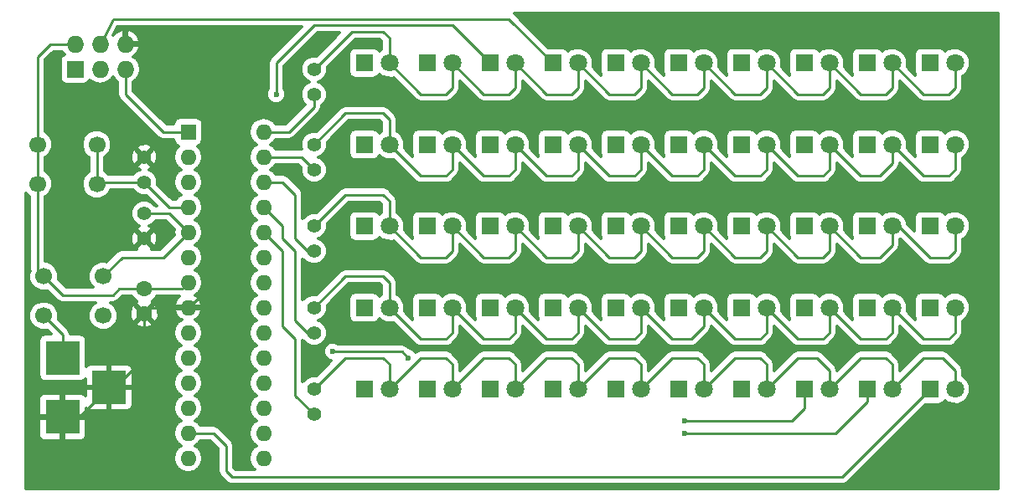
<source format=gbl>
G04 #@! TF.FileFunction,Copper,L2,Bot,Signal*
%FSLAX46Y46*%
G04 Gerber Fmt 4.6, Leading zero omitted, Abs format (unit mm)*
G04 Created by KiCad (PCBNEW 4.0.6) date Wed Mar 22 15:21:32 2017*
%MOMM*%
%LPD*%
G01*
G04 APERTURE LIST*
%ADD10C,0.100000*%
%ADD11R,1.727200X1.727200*%
%ADD12O,1.727200X1.727200*%
%ADD13R,1.800000X1.800000*%
%ADD14C,1.800000*%
%ADD15R,1.600000X1.600000*%
%ADD16O,1.600000X1.600000*%
%ADD17C,1.700000*%
%ADD18C,1.397000*%
%ADD19C,1.600000*%
%ADD20R,3.500000X3.500000*%
%ADD21C,0.600000*%
%ADD22C,0.250000*%
%ADD23C,0.300000*%
G04 APERTURE END LIST*
D10*
D11*
X60325000Y-39370000D03*
D12*
X60325000Y-36830000D03*
X62865000Y-39370000D03*
X62865000Y-36830000D03*
X65405000Y-39370000D03*
X65405000Y-36830000D03*
D13*
X89535000Y-38735000D03*
D14*
X92075000Y-38735000D03*
D13*
X89535000Y-46990000D03*
D14*
X92075000Y-46990000D03*
D13*
X89535000Y-55245000D03*
D14*
X92075000Y-55245000D03*
D13*
X89535000Y-63500000D03*
D14*
X92075000Y-63500000D03*
D13*
X89535000Y-71755000D03*
D14*
X92075000Y-71755000D03*
D13*
X95885000Y-38735000D03*
D14*
X98425000Y-38735000D03*
D13*
X95885000Y-46990000D03*
D14*
X98425000Y-46990000D03*
D13*
X95885000Y-55245000D03*
D14*
X98425000Y-55245000D03*
D13*
X95885000Y-63500000D03*
D14*
X98425000Y-63500000D03*
D13*
X95885000Y-71755000D03*
D14*
X98425000Y-71755000D03*
D13*
X102235000Y-38735000D03*
D14*
X104775000Y-38735000D03*
D13*
X102235000Y-46990000D03*
D14*
X104775000Y-46990000D03*
D13*
X102235000Y-55245000D03*
D14*
X104775000Y-55245000D03*
D13*
X102235000Y-63500000D03*
D14*
X104775000Y-63500000D03*
D13*
X102235000Y-71755000D03*
D14*
X104775000Y-71755000D03*
D13*
X108585000Y-38735000D03*
D14*
X111125000Y-38735000D03*
D13*
X108585000Y-46990000D03*
D14*
X111125000Y-46990000D03*
D13*
X108585000Y-55245000D03*
D14*
X111125000Y-55245000D03*
D13*
X108585000Y-63500000D03*
D14*
X111125000Y-63500000D03*
D13*
X108585000Y-71755000D03*
D14*
X111125000Y-71755000D03*
D13*
X114935000Y-38735000D03*
D14*
X117475000Y-38735000D03*
D13*
X114935000Y-46990000D03*
D14*
X117475000Y-46990000D03*
D13*
X114935000Y-55245000D03*
D14*
X117475000Y-55245000D03*
D13*
X114935000Y-63500000D03*
D14*
X117475000Y-63500000D03*
D13*
X114935000Y-71755000D03*
D14*
X117475000Y-71755000D03*
D13*
X121285000Y-38735000D03*
D14*
X123825000Y-38735000D03*
D13*
X121285000Y-46990000D03*
D14*
X123825000Y-46990000D03*
D13*
X121285000Y-55245000D03*
D14*
X123825000Y-55245000D03*
D13*
X121285000Y-63500000D03*
D14*
X123825000Y-63500000D03*
D13*
X121285000Y-71755000D03*
D14*
X123825000Y-71755000D03*
D13*
X127635000Y-38735000D03*
D14*
X130175000Y-38735000D03*
D13*
X127635000Y-46990000D03*
D14*
X130175000Y-46990000D03*
D13*
X127635000Y-55245000D03*
D14*
X130175000Y-55245000D03*
D13*
X127635000Y-63500000D03*
D14*
X130175000Y-63500000D03*
D13*
X127635000Y-71755000D03*
D14*
X130175000Y-71755000D03*
D13*
X133985000Y-38735000D03*
D14*
X136525000Y-38735000D03*
D13*
X133985000Y-46990000D03*
D14*
X136525000Y-46990000D03*
D13*
X133985000Y-55245000D03*
D14*
X136525000Y-55245000D03*
D13*
X133985000Y-63500000D03*
D14*
X136525000Y-63500000D03*
D13*
X133985000Y-71755000D03*
D14*
X136525000Y-71755000D03*
D13*
X140335000Y-38735000D03*
D14*
X142875000Y-38735000D03*
D13*
X140335000Y-46990000D03*
D14*
X142875000Y-46990000D03*
D13*
X140335000Y-55245000D03*
D14*
X142875000Y-55245000D03*
D13*
X140335000Y-63500000D03*
D14*
X142875000Y-63500000D03*
D13*
X140335000Y-71755000D03*
D14*
X142875000Y-71755000D03*
D13*
X146685000Y-38735000D03*
D14*
X149225000Y-38735000D03*
D13*
X146685000Y-46990000D03*
D14*
X149225000Y-46990000D03*
D13*
X146685000Y-55245000D03*
D14*
X149225000Y-55245000D03*
D13*
X146685000Y-63500000D03*
D14*
X149225000Y-63500000D03*
D13*
X146685000Y-71755000D03*
D14*
X149225000Y-71755000D03*
D15*
X71755000Y-45720000D03*
D16*
X79375000Y-78740000D03*
X71755000Y-48260000D03*
X79375000Y-76200000D03*
X71755000Y-50800000D03*
X79375000Y-73660000D03*
X71755000Y-53340000D03*
X79375000Y-71120000D03*
X71755000Y-55880000D03*
X79375000Y-68580000D03*
X71755000Y-58420000D03*
X79375000Y-66040000D03*
X71755000Y-60960000D03*
X79375000Y-63500000D03*
X71755000Y-63500000D03*
X79375000Y-60960000D03*
X71755000Y-66040000D03*
X79375000Y-58420000D03*
X71755000Y-68580000D03*
X79375000Y-55880000D03*
X71755000Y-71120000D03*
X79375000Y-53340000D03*
X71755000Y-73660000D03*
X79375000Y-50800000D03*
X71755000Y-76200000D03*
X79375000Y-48260000D03*
X71755000Y-78740000D03*
X79375000Y-45720000D03*
D17*
X62515000Y-50990000D03*
X56515000Y-50990000D03*
X62515000Y-46990000D03*
X56515000Y-46990000D03*
X63150000Y-64325000D03*
X57150000Y-64325000D03*
X63150000Y-60325000D03*
X57150000Y-60325000D03*
D18*
X84455000Y-41910000D03*
X84455000Y-39370000D03*
X84455000Y-49530000D03*
X84455000Y-46990000D03*
X84455000Y-57785000D03*
X84455000Y-55245000D03*
X84455000Y-66040000D03*
X84455000Y-63500000D03*
X84455000Y-74295000D03*
X84455000Y-71755000D03*
X67310000Y-48260000D03*
X67310000Y-50800000D03*
X67310000Y-56515000D03*
X67310000Y-53975000D03*
D19*
X67310000Y-61595000D03*
X67310000Y-64095000D03*
D20*
X59055000Y-68580000D03*
X59055000Y-74580000D03*
X63755000Y-71580000D03*
D21*
X93980000Y-68580000D03*
X86360000Y-67945000D03*
X80645000Y-41910000D03*
X121920000Y-74930000D03*
X121920000Y-76200000D03*
D22*
X60325000Y-36830000D02*
X57785000Y-36830000D01*
X57785000Y-36830000D02*
X56515000Y-38100000D01*
X59055000Y-68580000D02*
X59055000Y-66230000D01*
X59055000Y-66230000D02*
X57150000Y-64325000D01*
X56515000Y-46990000D02*
X56515000Y-38100000D01*
X56515000Y-50990000D02*
X56515000Y-59690000D01*
X56515000Y-59690000D02*
X57150000Y-60325000D01*
X56515000Y-50990000D02*
X56515000Y-46990000D01*
X67310000Y-61595000D02*
X64770000Y-61595000D01*
X64770000Y-61595000D02*
X64135000Y-62230000D01*
X64135000Y-62230000D02*
X59055000Y-62230000D01*
X59055000Y-62230000D02*
X57150000Y-60325000D01*
X67310000Y-61595000D02*
X71120000Y-61595000D01*
X71120000Y-61595000D02*
X71755000Y-60960000D01*
X65405000Y-36830000D02*
X69215000Y-36830000D01*
X63755000Y-71580000D02*
X64310000Y-71580000D01*
X64310000Y-71580000D02*
X67310000Y-68580000D01*
X67310000Y-68580000D02*
X67310000Y-64095000D01*
X59055000Y-74580000D02*
X60755000Y-74580000D01*
X60755000Y-74580000D02*
X63755000Y-71580000D01*
X74295000Y-60960000D02*
X71755000Y-63500000D01*
X74295000Y-41910000D02*
X74295000Y-60960000D01*
X69215000Y-36830000D02*
X74295000Y-41910000D01*
X65405000Y-36830000D02*
X66040000Y-36830000D01*
X71755000Y-63500000D02*
X67905000Y-63500000D01*
X67905000Y-63500000D02*
X67310000Y-64095000D01*
X92075000Y-38735000D02*
X92075000Y-36195000D01*
X88265000Y-35560000D02*
X84455000Y-39370000D01*
X91440000Y-35560000D02*
X88265000Y-35560000D01*
X92075000Y-36195000D02*
X91440000Y-35560000D01*
X98425000Y-38735000D02*
X98425000Y-40640000D01*
X95250000Y-41910000D02*
X92075000Y-38735000D01*
X97790000Y-41910000D02*
X95250000Y-41910000D01*
X98425000Y-41275000D02*
X97790000Y-41910000D01*
X98425000Y-40640000D02*
X98425000Y-41275000D01*
X104775000Y-38735000D02*
X104775000Y-41275000D01*
X101600000Y-41910000D02*
X98425000Y-38735000D01*
X104140000Y-41910000D02*
X101600000Y-41910000D01*
X104775000Y-41275000D02*
X104140000Y-41910000D01*
X111125000Y-38735000D02*
X111125000Y-41275000D01*
X107950000Y-41910000D02*
X104775000Y-38735000D01*
X110490000Y-41910000D02*
X107950000Y-41910000D01*
X111125000Y-41275000D02*
X110490000Y-41910000D01*
X117475000Y-38735000D02*
X117475000Y-41275000D01*
X114300000Y-41910000D02*
X111125000Y-38735000D01*
X116840000Y-41910000D02*
X114300000Y-41910000D01*
X117475000Y-41275000D02*
X116840000Y-41910000D01*
X123825000Y-38735000D02*
X123825000Y-41275000D01*
X120650000Y-41910000D02*
X117475000Y-38735000D01*
X123190000Y-41910000D02*
X120650000Y-41910000D01*
X123825000Y-41275000D02*
X123190000Y-41910000D01*
X130175000Y-38735000D02*
X130175000Y-41275000D01*
X127000000Y-41910000D02*
X123825000Y-38735000D01*
X129540000Y-41910000D02*
X127000000Y-41910000D01*
X130175000Y-41275000D02*
X129540000Y-41910000D01*
X136525000Y-38735000D02*
X136525000Y-41275000D01*
X133350000Y-41910000D02*
X130175000Y-38735000D01*
X135890000Y-41910000D02*
X133350000Y-41910000D01*
X136525000Y-41275000D02*
X135890000Y-41910000D01*
X142875000Y-38735000D02*
X142875000Y-41275000D01*
X139700000Y-41910000D02*
X136525000Y-38735000D01*
X142240000Y-41910000D02*
X139700000Y-41910000D01*
X142875000Y-41275000D02*
X142240000Y-41910000D01*
X149225000Y-38735000D02*
X149225000Y-41275000D01*
X146050000Y-41910000D02*
X142875000Y-38735000D01*
X148590000Y-41910000D02*
X146050000Y-41910000D01*
X149225000Y-41275000D02*
X148590000Y-41910000D01*
X92075000Y-46990000D02*
X92075000Y-44450000D01*
X87630000Y-43815000D02*
X84455000Y-46990000D01*
X91440000Y-43815000D02*
X87630000Y-43815000D01*
X92075000Y-44450000D02*
X91440000Y-43815000D01*
X98425000Y-46990000D02*
X98425000Y-49530000D01*
X95250000Y-50165000D02*
X92075000Y-46990000D01*
X97790000Y-50165000D02*
X95250000Y-50165000D01*
X98425000Y-49530000D02*
X97790000Y-50165000D01*
X104775000Y-46990000D02*
X104775000Y-49530000D01*
X101600000Y-50165000D02*
X98425000Y-46990000D01*
X104140000Y-50165000D02*
X101600000Y-50165000D01*
X104775000Y-49530000D02*
X104140000Y-50165000D01*
X111125000Y-46990000D02*
X111125000Y-49530000D01*
X107950000Y-50165000D02*
X104775000Y-46990000D01*
X110490000Y-50165000D02*
X107950000Y-50165000D01*
X111125000Y-49530000D02*
X110490000Y-50165000D01*
X117475000Y-46990000D02*
X117475000Y-49530000D01*
X114300000Y-50165000D02*
X111125000Y-46990000D01*
X116840000Y-50165000D02*
X114300000Y-50165000D01*
X117475000Y-49530000D02*
X116840000Y-50165000D01*
X123825000Y-46990000D02*
X123825000Y-49530000D01*
X120650000Y-50165000D02*
X117475000Y-46990000D01*
X123190000Y-50165000D02*
X120650000Y-50165000D01*
X123825000Y-49530000D02*
X123190000Y-50165000D01*
X130175000Y-46990000D02*
X130175000Y-49530000D01*
X127000000Y-50165000D02*
X123825000Y-46990000D01*
X129540000Y-50165000D02*
X127000000Y-50165000D01*
X130175000Y-49530000D02*
X129540000Y-50165000D01*
X136525000Y-46990000D02*
X136525000Y-49530000D01*
X133350000Y-50165000D02*
X130175000Y-46990000D01*
X135890000Y-50165000D02*
X133350000Y-50165000D01*
X136525000Y-49530000D02*
X135890000Y-50165000D01*
X142875000Y-46990000D02*
X142875000Y-48895000D01*
X139700000Y-50165000D02*
X136525000Y-46990000D01*
X141605000Y-50165000D02*
X139700000Y-50165000D01*
X142875000Y-48895000D02*
X141605000Y-50165000D01*
X149225000Y-46990000D02*
X149225000Y-49530000D01*
X146050000Y-50165000D02*
X142875000Y-46990000D01*
X148590000Y-50165000D02*
X146050000Y-50165000D01*
X149225000Y-49530000D02*
X148590000Y-50165000D01*
X92075000Y-55245000D02*
X92075000Y-52705000D01*
X87630000Y-52070000D02*
X84455000Y-55245000D01*
X91440000Y-52070000D02*
X87630000Y-52070000D01*
X92075000Y-52705000D02*
X91440000Y-52070000D01*
X98425000Y-55245000D02*
X98425000Y-57785000D01*
X95250000Y-58420000D02*
X92075000Y-55245000D01*
X97790000Y-58420000D02*
X95250000Y-58420000D01*
X98425000Y-57785000D02*
X97790000Y-58420000D01*
X104775000Y-55245000D02*
X104775000Y-57785000D01*
X101600000Y-58420000D02*
X98425000Y-55245000D01*
X104140000Y-58420000D02*
X101600000Y-58420000D01*
X104775000Y-57785000D02*
X104140000Y-58420000D01*
X111125000Y-55245000D02*
X111125000Y-57785000D01*
X107950000Y-58420000D02*
X104775000Y-55245000D01*
X110490000Y-58420000D02*
X107950000Y-58420000D01*
X111125000Y-57785000D02*
X110490000Y-58420000D01*
X117475000Y-55245000D02*
X117475000Y-57785000D01*
X114300000Y-58420000D02*
X111125000Y-55245000D01*
X116840000Y-58420000D02*
X114300000Y-58420000D01*
X117475000Y-57785000D02*
X116840000Y-58420000D01*
X123825000Y-55245000D02*
X123825000Y-57785000D01*
X120650000Y-58420000D02*
X117475000Y-55245000D01*
X123190000Y-58420000D02*
X120650000Y-58420000D01*
X123825000Y-57785000D02*
X123190000Y-58420000D01*
X130175000Y-55245000D02*
X130175000Y-57785000D01*
X127000000Y-58420000D02*
X123825000Y-55245000D01*
X129540000Y-58420000D02*
X127000000Y-58420000D01*
X130175000Y-57785000D02*
X129540000Y-58420000D01*
X136525000Y-55245000D02*
X136525000Y-57785000D01*
X133350000Y-58420000D02*
X130175000Y-55245000D01*
X135890000Y-58420000D02*
X133350000Y-58420000D01*
X136525000Y-57785000D02*
X135890000Y-58420000D01*
X142875000Y-55245000D02*
X142875000Y-57150000D01*
X139700000Y-58420000D02*
X136525000Y-55245000D01*
X141605000Y-58420000D02*
X139700000Y-58420000D01*
X142875000Y-57150000D02*
X141605000Y-58420000D01*
X149225000Y-55245000D02*
X149225000Y-57785000D01*
X146685000Y-58420000D02*
X143510000Y-55245000D01*
X148590000Y-58420000D02*
X146685000Y-58420000D01*
X149225000Y-57785000D02*
X148590000Y-58420000D01*
X143510000Y-55245000D02*
X142875000Y-55245000D01*
X92075000Y-63500000D02*
X92075000Y-60960000D01*
X87630000Y-60325000D02*
X84455000Y-63500000D01*
X91440000Y-60325000D02*
X87630000Y-60325000D01*
X92075000Y-60960000D02*
X91440000Y-60325000D01*
X98425000Y-63500000D02*
X98425000Y-66040000D01*
X95250000Y-66675000D02*
X92075000Y-63500000D01*
X97790000Y-66675000D02*
X95250000Y-66675000D01*
X98425000Y-66040000D02*
X97790000Y-66675000D01*
X104775000Y-63500000D02*
X104775000Y-66040000D01*
X101600000Y-66675000D02*
X98425000Y-63500000D01*
X104140000Y-66675000D02*
X101600000Y-66675000D01*
X104775000Y-66040000D02*
X104140000Y-66675000D01*
X111125000Y-63500000D02*
X111125000Y-66040000D01*
X107950000Y-66675000D02*
X104775000Y-63500000D01*
X110490000Y-66675000D02*
X107950000Y-66675000D01*
X111125000Y-66040000D02*
X110490000Y-66675000D01*
X117475000Y-63500000D02*
X117475000Y-66040000D01*
X114300000Y-66675000D02*
X111125000Y-63500000D01*
X116840000Y-66675000D02*
X114300000Y-66675000D01*
X117475000Y-66040000D02*
X116840000Y-66675000D01*
X123825000Y-63500000D02*
X123825000Y-65405000D01*
X120650000Y-66675000D02*
X117475000Y-63500000D01*
X122555000Y-66675000D02*
X120650000Y-66675000D01*
X123825000Y-65405000D02*
X122555000Y-66675000D01*
X130175000Y-63500000D02*
X130175000Y-66040000D01*
X127000000Y-66675000D02*
X123825000Y-63500000D01*
X129540000Y-66675000D02*
X127000000Y-66675000D01*
X130175000Y-66040000D02*
X129540000Y-66675000D01*
X136525000Y-63500000D02*
X136525000Y-66040000D01*
X133350000Y-66675000D02*
X130175000Y-63500000D01*
X135890000Y-66675000D02*
X133350000Y-66675000D01*
X136525000Y-66040000D02*
X135890000Y-66675000D01*
X142875000Y-63500000D02*
X142875000Y-66040000D01*
X139700000Y-66675000D02*
X136525000Y-63500000D01*
X142240000Y-66675000D02*
X139700000Y-66675000D01*
X142875000Y-66040000D02*
X142240000Y-66675000D01*
X149225000Y-63500000D02*
X149225000Y-66040000D01*
X146050000Y-66675000D02*
X142875000Y-63500000D01*
X148590000Y-66675000D02*
X146050000Y-66675000D01*
X149225000Y-66040000D02*
X148590000Y-66675000D01*
X92075000Y-71755000D02*
X92075000Y-69215000D01*
X87630000Y-68580000D02*
X84455000Y-71755000D01*
X91440000Y-68580000D02*
X87630000Y-68580000D01*
X92075000Y-69215000D02*
X91440000Y-68580000D01*
X98425000Y-71755000D02*
X98425000Y-69215000D01*
X95250000Y-68580000D02*
X92075000Y-71755000D01*
X97790000Y-68580000D02*
X95250000Y-68580000D01*
X98425000Y-69215000D02*
X97790000Y-68580000D01*
X104775000Y-71755000D02*
X104775000Y-69215000D01*
X101600000Y-68580000D02*
X98425000Y-71755000D01*
X104140000Y-68580000D02*
X101600000Y-68580000D01*
X104775000Y-69215000D02*
X104140000Y-68580000D01*
X111125000Y-71755000D02*
X111125000Y-69215000D01*
X107950000Y-68580000D02*
X104775000Y-71755000D01*
X110490000Y-68580000D02*
X107950000Y-68580000D01*
X111125000Y-69215000D02*
X110490000Y-68580000D01*
X117475000Y-71755000D02*
X117475000Y-69215000D01*
X114300000Y-68580000D02*
X111125000Y-71755000D01*
X116840000Y-68580000D02*
X114300000Y-68580000D01*
X117475000Y-69215000D02*
X116840000Y-68580000D01*
X123825000Y-71755000D02*
X123825000Y-69215000D01*
X120650000Y-68580000D02*
X117475000Y-71755000D01*
X123190000Y-68580000D02*
X120650000Y-68580000D01*
X123825000Y-69215000D02*
X123190000Y-68580000D01*
X130175000Y-71755000D02*
X130175000Y-69215000D01*
X127000000Y-68580000D02*
X123825000Y-71755000D01*
X129540000Y-68580000D02*
X127000000Y-68580000D01*
X130175000Y-69215000D02*
X129540000Y-68580000D01*
X136525000Y-71755000D02*
X136525000Y-69850000D01*
X133350000Y-68580000D02*
X130175000Y-71755000D01*
X135255000Y-68580000D02*
X133350000Y-68580000D01*
X136525000Y-69850000D02*
X135255000Y-68580000D01*
X142875000Y-71755000D02*
X142875000Y-69215000D01*
X139700000Y-68580000D02*
X136525000Y-71755000D01*
X142240000Y-68580000D02*
X139700000Y-68580000D01*
X142875000Y-69215000D02*
X142240000Y-68580000D01*
X149225000Y-71755000D02*
X149225000Y-69850000D01*
X146050000Y-68580000D02*
X142875000Y-71755000D01*
X147955000Y-68580000D02*
X146050000Y-68580000D01*
X149225000Y-69850000D02*
X147955000Y-68580000D01*
X93345000Y-67945000D02*
X93980000Y-68580000D01*
X86360000Y-67945000D02*
X93345000Y-67945000D01*
X98425000Y-34925000D02*
X102235000Y-38735000D01*
X84455000Y-34925000D02*
X98425000Y-34925000D01*
X80645000Y-38735000D02*
X84455000Y-34925000D01*
X80645000Y-41910000D02*
X80645000Y-38735000D01*
X62865000Y-36830000D02*
X64135000Y-34290000D01*
X104140000Y-34290000D02*
X108585000Y-38735000D01*
X64135000Y-34290000D02*
X104140000Y-34290000D01*
X65405000Y-39370000D02*
X65405000Y-41910000D01*
X69215000Y-45720000D02*
X71755000Y-45720000D01*
X65405000Y-41910000D02*
X69215000Y-45720000D01*
X84455000Y-74295000D02*
X82550000Y-72390000D01*
X81280000Y-57785000D02*
X79375000Y-55880000D01*
X81280000Y-65405000D02*
X81280000Y-57785000D01*
X81915000Y-66040000D02*
X81280000Y-65405000D01*
X82550000Y-66675000D02*
X81915000Y-66040000D01*
X82550000Y-72390000D02*
X82550000Y-66675000D01*
X84455000Y-66040000D02*
X83820000Y-66040000D01*
X83820000Y-66040000D02*
X82550000Y-64770000D01*
X82550000Y-64770000D02*
X82550000Y-57785000D01*
X82550000Y-57785000D02*
X81280000Y-56515000D01*
X81280000Y-56515000D02*
X81280000Y-55245000D01*
X81280000Y-55245000D02*
X79375000Y-53340000D01*
X84455000Y-57785000D02*
X83820000Y-57785000D01*
X83820000Y-57785000D02*
X82550000Y-56515000D01*
X82550000Y-56515000D02*
X82550000Y-52070000D01*
X82550000Y-52070000D02*
X81280000Y-50800000D01*
X81280000Y-50800000D02*
X79375000Y-50800000D01*
X79375000Y-48260000D02*
X83185000Y-48260000D01*
X83185000Y-48260000D02*
X84455000Y-49530000D01*
X79375000Y-45720000D02*
X81915000Y-45720000D01*
X84455000Y-43180000D02*
X84455000Y-41910000D01*
X81915000Y-45720000D02*
X84455000Y-43180000D01*
X133985000Y-73660000D02*
X133985000Y-71755000D01*
X132715000Y-74930000D02*
X133985000Y-73660000D01*
X121920000Y-74930000D02*
X132715000Y-74930000D01*
X140335000Y-73025000D02*
X140335000Y-71755000D01*
X137160000Y-76200000D02*
X140335000Y-73025000D01*
X121920000Y-76200000D02*
X137160000Y-76200000D01*
X71755000Y-76200000D02*
X74295000Y-76200000D01*
X137795000Y-80645000D02*
X146685000Y-71755000D01*
X76200000Y-80645000D02*
X137795000Y-80645000D01*
X75565000Y-80010000D02*
X76200000Y-80645000D01*
X75565000Y-77470000D02*
X75565000Y-80010000D01*
X74295000Y-76200000D02*
X75565000Y-77470000D01*
X62515000Y-50990000D02*
X62515000Y-46990000D01*
X67310000Y-50800000D02*
X62705000Y-50800000D01*
X62705000Y-50800000D02*
X62515000Y-50990000D01*
X71755000Y-53340000D02*
X69850000Y-53340000D01*
X69850000Y-53340000D02*
X67310000Y-50800000D01*
X71755000Y-55880000D02*
X69850000Y-53975000D01*
X69850000Y-53975000D02*
X67310000Y-53975000D01*
X71755000Y-55880000D02*
X69215000Y-58420000D01*
X65055000Y-58420000D02*
X63150000Y-60325000D01*
X69215000Y-58420000D02*
X65055000Y-58420000D01*
D23*
G36*
X153572000Y-81817000D02*
X55343000Y-81817000D01*
X55343000Y-74848500D01*
X56647000Y-74848500D01*
X56647000Y-76460884D01*
X56747174Y-76702727D01*
X56932273Y-76887825D01*
X57174115Y-76988000D01*
X58786500Y-76988000D01*
X58951000Y-76823500D01*
X58951000Y-74684000D01*
X59159000Y-74684000D01*
X59159000Y-76823500D01*
X59323500Y-76988000D01*
X60935885Y-76988000D01*
X61177727Y-76887825D01*
X61362826Y-76702727D01*
X61463000Y-76460884D01*
X61463000Y-74848500D01*
X61298500Y-74684000D01*
X59159000Y-74684000D01*
X58951000Y-74684000D01*
X56811500Y-74684000D01*
X56647000Y-74848500D01*
X55343000Y-74848500D01*
X55343000Y-72699116D01*
X56647000Y-72699116D01*
X56647000Y-74311500D01*
X56811500Y-74476000D01*
X58951000Y-74476000D01*
X58951000Y-72336500D01*
X59159000Y-72336500D01*
X59159000Y-74476000D01*
X61298500Y-74476000D01*
X61463000Y-74311500D01*
X61463000Y-73718553D01*
X61632273Y-73887825D01*
X61874115Y-73988000D01*
X63486500Y-73988000D01*
X63651000Y-73823500D01*
X63651000Y-71684000D01*
X63859000Y-71684000D01*
X63859000Y-73823500D01*
X64023500Y-73988000D01*
X65635885Y-73988000D01*
X65877727Y-73887825D01*
X66062826Y-73702727D01*
X66163000Y-73460884D01*
X66163000Y-71848500D01*
X65998500Y-71684000D01*
X63859000Y-71684000D01*
X63651000Y-71684000D01*
X61511500Y-71684000D01*
X61347000Y-71848500D01*
X61347000Y-72441447D01*
X61177727Y-72272175D01*
X60935885Y-72172000D01*
X59323500Y-72172000D01*
X59159000Y-72336500D01*
X58951000Y-72336500D01*
X58786500Y-72172000D01*
X57174115Y-72172000D01*
X56932273Y-72272175D01*
X56747174Y-72457273D01*
X56647000Y-72699116D01*
X55343000Y-72699116D01*
X55343000Y-64623644D01*
X55641739Y-64623644D01*
X55870835Y-65178097D01*
X56294672Y-65602674D01*
X56848724Y-65832737D01*
X57448644Y-65833261D01*
X57521024Y-65803354D01*
X57876781Y-66159110D01*
X57305000Y-66159110D01*
X57061160Y-66204992D01*
X56837208Y-66349101D01*
X56686967Y-66568986D01*
X56634110Y-66830000D01*
X56634110Y-70330000D01*
X56679992Y-70573840D01*
X56824101Y-70797792D01*
X57043986Y-70948033D01*
X57305000Y-71000890D01*
X60805000Y-71000890D01*
X61048840Y-70955008D01*
X61272792Y-70810899D01*
X61347000Y-70702292D01*
X61347000Y-71311500D01*
X61511500Y-71476000D01*
X63651000Y-71476000D01*
X63651000Y-69336500D01*
X63859000Y-69336500D01*
X63859000Y-71476000D01*
X65998500Y-71476000D01*
X66163000Y-71311500D01*
X66163000Y-69699116D01*
X66062826Y-69457273D01*
X65877727Y-69272175D01*
X65635885Y-69172000D01*
X64023500Y-69172000D01*
X63859000Y-69336500D01*
X63651000Y-69336500D01*
X63486500Y-69172000D01*
X61874115Y-69172000D01*
X61632273Y-69272175D01*
X61475890Y-69428557D01*
X61475890Y-66830000D01*
X61430008Y-66586160D01*
X61285899Y-66362208D01*
X61066014Y-66211967D01*
X60805000Y-66159110D01*
X59823900Y-66159110D01*
X59778398Y-65930359D01*
X59713169Y-65832737D01*
X59608665Y-65676335D01*
X59608662Y-65676333D01*
X58628651Y-64696322D01*
X58657737Y-64626276D01*
X58658261Y-64026356D01*
X58429165Y-63471903D01*
X58005328Y-63047326D01*
X57451276Y-62817263D01*
X56851356Y-62816739D01*
X56296903Y-63045835D01*
X55872326Y-63469672D01*
X55642263Y-64023724D01*
X55641739Y-64623644D01*
X55343000Y-64623644D01*
X55343000Y-51950449D01*
X55659672Y-52267674D01*
X55732000Y-52297707D01*
X55732000Y-59689995D01*
X55731999Y-59690000D01*
X55747817Y-59769522D01*
X55642263Y-60023724D01*
X55641739Y-60623644D01*
X55870835Y-61178097D01*
X56294672Y-61602674D01*
X56848724Y-61832737D01*
X57448644Y-61833261D01*
X57521024Y-61803354D01*
X58501333Y-62783662D01*
X58501335Y-62783665D01*
X58744788Y-62946335D01*
X58755359Y-62953398D01*
X59055000Y-63013001D01*
X59055005Y-63013000D01*
X62376370Y-63013000D01*
X62296903Y-63045835D01*
X61872326Y-63469672D01*
X61642263Y-64023724D01*
X61641739Y-64623644D01*
X61870835Y-65178097D01*
X62294672Y-65602674D01*
X62848724Y-65832737D01*
X63448644Y-65833261D01*
X64003097Y-65604165D01*
X64427674Y-65180328D01*
X64460828Y-65100483D01*
X66451596Y-65100483D01*
X66522498Y-65355839D01*
X67064946Y-65561228D01*
X67644701Y-65543397D01*
X68097502Y-65355839D01*
X68168404Y-65100483D01*
X67310000Y-64242078D01*
X66451596Y-65100483D01*
X64460828Y-65100483D01*
X64657737Y-64626276D01*
X64658261Y-64026356D01*
X64585370Y-63849946D01*
X65843772Y-63849946D01*
X65861603Y-64429701D01*
X66049161Y-64882502D01*
X66304517Y-64953404D01*
X67162922Y-64095000D01*
X67457078Y-64095000D01*
X68315483Y-64953404D01*
X68570839Y-64882502D01*
X68776228Y-64340054D01*
X68758397Y-63760299D01*
X68570839Y-63307498D01*
X68315483Y-63236596D01*
X67457078Y-64095000D01*
X67162922Y-64095000D01*
X66304517Y-63236596D01*
X66049161Y-63307498D01*
X65843772Y-63849946D01*
X64585370Y-63849946D01*
X64429165Y-63471903D01*
X64005328Y-63047326D01*
X63922662Y-63013000D01*
X64134995Y-63013000D01*
X64135000Y-63013001D01*
X64434641Y-62953398D01*
X64688665Y-62783665D01*
X65094329Y-62378000D01*
X66055971Y-62378000D01*
X66073247Y-62419812D01*
X66483031Y-62830312D01*
X66519376Y-62845404D01*
X66451596Y-63089517D01*
X67310000Y-63947922D01*
X68168404Y-63089517D01*
X68100742Y-62845830D01*
X68134812Y-62831753D01*
X68545312Y-62421969D01*
X68563569Y-62378000D01*
X70846772Y-62378000D01*
X70517322Y-62729325D01*
X70334888Y-63169780D01*
X70465688Y-63396000D01*
X71651000Y-63396000D01*
X71651000Y-63376000D01*
X71859000Y-63376000D01*
X71859000Y-63396000D01*
X73044312Y-63396000D01*
X73175112Y-63169780D01*
X72992678Y-62729325D01*
X72603541Y-62314350D01*
X72440751Y-62240709D01*
X72814526Y-61990962D01*
X73130580Y-61517952D01*
X73241564Y-60960000D01*
X73130580Y-60402048D01*
X72814526Y-59929038D01*
X72456779Y-59690000D01*
X72814526Y-59450962D01*
X73130580Y-58977952D01*
X73241564Y-58420000D01*
X73130580Y-57862048D01*
X72814526Y-57389038D01*
X72456779Y-57150000D01*
X72814526Y-56910962D01*
X73130580Y-56437952D01*
X73241564Y-55880000D01*
X73130580Y-55322048D01*
X72814526Y-54849038D01*
X72456779Y-54610000D01*
X72814526Y-54370962D01*
X73130580Y-53897952D01*
X73241564Y-53340000D01*
X73130580Y-52782048D01*
X72814526Y-52309038D01*
X72456779Y-52070000D01*
X72814526Y-51830962D01*
X73130580Y-51357952D01*
X73241564Y-50800000D01*
X73130580Y-50242048D01*
X72814526Y-49769038D01*
X72456779Y-49530000D01*
X72814526Y-49290962D01*
X73130580Y-48817952D01*
X73241564Y-48260000D01*
X73130580Y-47702048D01*
X72814526Y-47229038D01*
X72712952Y-47161169D01*
X72798840Y-47145008D01*
X73022792Y-47000899D01*
X73173033Y-46781014D01*
X73225890Y-46520000D01*
X73225890Y-44920000D01*
X73180008Y-44676160D01*
X73035899Y-44452208D01*
X72816014Y-44301967D01*
X72555000Y-44249110D01*
X70955000Y-44249110D01*
X70711160Y-44294992D01*
X70487208Y-44439101D01*
X70336967Y-44658986D01*
X70284110Y-44920000D01*
X70284110Y-44937000D01*
X69539329Y-44937000D01*
X66188000Y-41585670D01*
X66188000Y-40661584D01*
X66510744Y-40445934D01*
X66840585Y-39952291D01*
X66956410Y-39370000D01*
X66840585Y-38787709D01*
X66510744Y-38294066D01*
X66220192Y-38099926D01*
X66286853Y-38070010D01*
X66694257Y-37638149D01*
X66888083Y-37170194D01*
X66758109Y-36934000D01*
X65509000Y-36934000D01*
X65509000Y-36954000D01*
X65301000Y-36954000D01*
X65301000Y-36934000D01*
X65281000Y-36934000D01*
X65281000Y-36726000D01*
X65301000Y-36726000D01*
X65301000Y-35476451D01*
X65509000Y-35476451D01*
X65509000Y-36726000D01*
X66758109Y-36726000D01*
X66888083Y-36489806D01*
X66694257Y-36021851D01*
X66286853Y-35589990D01*
X65745195Y-35346910D01*
X65509000Y-35476451D01*
X65301000Y-35476451D01*
X65064805Y-35346910D01*
X64523147Y-35589990D01*
X64176919Y-35957003D01*
X64618920Y-35073000D01*
X83199671Y-35073000D01*
X80091335Y-38181335D01*
X79921602Y-38435359D01*
X79861999Y-38735000D01*
X79862000Y-38735005D01*
X79862000Y-41337999D01*
X79833321Y-41366628D01*
X79687167Y-41718606D01*
X79686834Y-42099722D01*
X79832374Y-42451954D01*
X80101628Y-42721679D01*
X80453606Y-42867833D01*
X80834722Y-42868166D01*
X81186954Y-42722626D01*
X81456679Y-42453372D01*
X81602833Y-42101394D01*
X81603166Y-41720278D01*
X81457626Y-41368046D01*
X81428000Y-41338368D01*
X81428000Y-39059330D01*
X84779329Y-35708000D01*
X87009671Y-35708000D01*
X84703953Y-38013717D01*
X84186359Y-38013265D01*
X83687609Y-38219345D01*
X83305686Y-38600601D01*
X83098736Y-39098992D01*
X83098265Y-39638641D01*
X83304345Y-40137391D01*
X83685601Y-40519314D01*
X83976345Y-40640041D01*
X83687609Y-40759345D01*
X83305686Y-41140601D01*
X83098736Y-41638992D01*
X83098265Y-42178641D01*
X83304345Y-42677391D01*
X83577074Y-42950597D01*
X81590670Y-44937000D01*
X80600208Y-44937000D01*
X80434526Y-44689038D01*
X79961516Y-44372984D01*
X79403564Y-44262000D01*
X79346436Y-44262000D01*
X78788484Y-44372984D01*
X78315474Y-44689038D01*
X77999420Y-45162048D01*
X77888436Y-45720000D01*
X77999420Y-46277952D01*
X78315474Y-46750962D01*
X78673221Y-46990000D01*
X78315474Y-47229038D01*
X77999420Y-47702048D01*
X77888436Y-48260000D01*
X77999420Y-48817952D01*
X78315474Y-49290962D01*
X78673221Y-49530000D01*
X78315474Y-49769038D01*
X77999420Y-50242048D01*
X77888436Y-50800000D01*
X77999420Y-51357952D01*
X78315474Y-51830962D01*
X78673221Y-52070000D01*
X78315474Y-52309038D01*
X77999420Y-52782048D01*
X77888436Y-53340000D01*
X77999420Y-53897952D01*
X78315474Y-54370962D01*
X78673221Y-54610000D01*
X78315474Y-54849038D01*
X77999420Y-55322048D01*
X77888436Y-55880000D01*
X77999420Y-56437952D01*
X78315474Y-56910962D01*
X78673221Y-57150000D01*
X78315474Y-57389038D01*
X77999420Y-57862048D01*
X77888436Y-58420000D01*
X77999420Y-58977952D01*
X78315474Y-59450962D01*
X78673221Y-59690000D01*
X78315474Y-59929038D01*
X77999420Y-60402048D01*
X77888436Y-60960000D01*
X77999420Y-61517952D01*
X78315474Y-61990962D01*
X78673221Y-62230000D01*
X78315474Y-62469038D01*
X77999420Y-62942048D01*
X77888436Y-63500000D01*
X77999420Y-64057952D01*
X78315474Y-64530962D01*
X78673221Y-64770000D01*
X78315474Y-65009038D01*
X77999420Y-65482048D01*
X77888436Y-66040000D01*
X77999420Y-66597952D01*
X78315474Y-67070962D01*
X78673221Y-67310000D01*
X78315474Y-67549038D01*
X77999420Y-68022048D01*
X77888436Y-68580000D01*
X77999420Y-69137952D01*
X78315474Y-69610962D01*
X78673221Y-69850000D01*
X78315474Y-70089038D01*
X77999420Y-70562048D01*
X77888436Y-71120000D01*
X77999420Y-71677952D01*
X78315474Y-72150962D01*
X78673221Y-72390000D01*
X78315474Y-72629038D01*
X77999420Y-73102048D01*
X77888436Y-73660000D01*
X77999420Y-74217952D01*
X78315474Y-74690962D01*
X78673221Y-74930000D01*
X78315474Y-75169038D01*
X77999420Y-75642048D01*
X77888436Y-76200000D01*
X77999420Y-76757952D01*
X78315474Y-77230962D01*
X78673221Y-77470000D01*
X78315474Y-77709038D01*
X77999420Y-78182048D01*
X77888436Y-78740000D01*
X77999420Y-79297952D01*
X78315474Y-79770962D01*
X78451723Y-79862000D01*
X76524329Y-79862000D01*
X76348000Y-79685670D01*
X76348000Y-77470000D01*
X76288398Y-77170359D01*
X76288398Y-77170358D01*
X76183004Y-77012626D01*
X76118665Y-76916335D01*
X76118662Y-76916333D01*
X74848665Y-75646335D01*
X74594641Y-75476602D01*
X74295000Y-75416999D01*
X74294995Y-75417000D01*
X72980208Y-75417000D01*
X72814526Y-75169038D01*
X72456779Y-74930000D01*
X72814526Y-74690962D01*
X73130580Y-74217952D01*
X73241564Y-73660000D01*
X73130580Y-73102048D01*
X72814526Y-72629038D01*
X72456779Y-72390000D01*
X72814526Y-72150962D01*
X73130580Y-71677952D01*
X73241564Y-71120000D01*
X73130580Y-70562048D01*
X72814526Y-70089038D01*
X72456779Y-69850000D01*
X72814526Y-69610962D01*
X73130580Y-69137952D01*
X73241564Y-68580000D01*
X73130580Y-68022048D01*
X72814526Y-67549038D01*
X72456779Y-67310000D01*
X72814526Y-67070962D01*
X73130580Y-66597952D01*
X73241564Y-66040000D01*
X73130580Y-65482048D01*
X72814526Y-65009038D01*
X72440751Y-64759291D01*
X72603541Y-64685650D01*
X72992678Y-64270675D01*
X73175112Y-63830220D01*
X73044312Y-63604000D01*
X71859000Y-63604000D01*
X71859000Y-63624000D01*
X71651000Y-63624000D01*
X71651000Y-63604000D01*
X70465688Y-63604000D01*
X70334888Y-63830220D01*
X70517322Y-64270675D01*
X70906459Y-64685650D01*
X71069249Y-64759291D01*
X70695474Y-65009038D01*
X70379420Y-65482048D01*
X70268436Y-66040000D01*
X70379420Y-66597952D01*
X70695474Y-67070962D01*
X71053221Y-67310000D01*
X70695474Y-67549038D01*
X70379420Y-68022048D01*
X70268436Y-68580000D01*
X70379420Y-69137952D01*
X70695474Y-69610962D01*
X71053221Y-69850000D01*
X70695474Y-70089038D01*
X70379420Y-70562048D01*
X70268436Y-71120000D01*
X70379420Y-71677952D01*
X70695474Y-72150962D01*
X71053221Y-72390000D01*
X70695474Y-72629038D01*
X70379420Y-73102048D01*
X70268436Y-73660000D01*
X70379420Y-74217952D01*
X70695474Y-74690962D01*
X71053221Y-74930000D01*
X70695474Y-75169038D01*
X70379420Y-75642048D01*
X70268436Y-76200000D01*
X70379420Y-76757952D01*
X70695474Y-77230962D01*
X71053221Y-77470000D01*
X70695474Y-77709038D01*
X70379420Y-78182048D01*
X70268436Y-78740000D01*
X70379420Y-79297952D01*
X70695474Y-79770962D01*
X71168484Y-80087016D01*
X71726436Y-80198000D01*
X71783564Y-80198000D01*
X72341516Y-80087016D01*
X72814526Y-79770962D01*
X73130580Y-79297952D01*
X73241564Y-78740000D01*
X73130580Y-78182048D01*
X72814526Y-77709038D01*
X72456779Y-77470000D01*
X72814526Y-77230962D01*
X72980208Y-76983000D01*
X73970670Y-76983000D01*
X74782000Y-77794329D01*
X74782000Y-80009995D01*
X74781999Y-80010000D01*
X74841602Y-80309641D01*
X75011335Y-80563665D01*
X75646333Y-81198662D01*
X75646335Y-81198665D01*
X75900359Y-81368398D01*
X76200000Y-81428001D01*
X76200005Y-81428000D01*
X137794995Y-81428000D01*
X137795000Y-81428001D01*
X138094641Y-81368398D01*
X138348665Y-81198665D01*
X146221439Y-73325890D01*
X147585000Y-73325890D01*
X147828840Y-73280008D01*
X148052792Y-73135899D01*
X148194716Y-72928186D01*
X148341312Y-73075038D01*
X148913735Y-73312729D01*
X149533546Y-73313270D01*
X150106383Y-73076578D01*
X150545038Y-72638688D01*
X150782729Y-72066265D01*
X150783270Y-71446454D01*
X150546578Y-70873617D01*
X150108688Y-70434962D01*
X150008000Y-70393153D01*
X150008000Y-69850000D01*
X149991822Y-69768665D01*
X149948398Y-69550358D01*
X149843004Y-69392626D01*
X149778665Y-69296335D01*
X149778662Y-69296333D01*
X148508665Y-68026335D01*
X148254641Y-67856602D01*
X147955000Y-67796999D01*
X147954995Y-67797000D01*
X146050005Y-67797000D01*
X146050000Y-67796999D01*
X145750359Y-67856602D01*
X145496335Y-68026335D01*
X143658000Y-69864670D01*
X143658000Y-69215005D01*
X143658001Y-69215000D01*
X143598398Y-68915359D01*
X143502204Y-68771394D01*
X143428665Y-68661335D01*
X143428662Y-68661333D01*
X142793665Y-68026335D01*
X142539641Y-67856602D01*
X142240000Y-67796999D01*
X142239995Y-67797000D01*
X139700005Y-67797000D01*
X139700000Y-67796999D01*
X139400359Y-67856602D01*
X139146335Y-68026335D01*
X137308000Y-69864670D01*
X137308000Y-69850000D01*
X137291822Y-69768665D01*
X137248398Y-69550358D01*
X137143004Y-69392626D01*
X137078665Y-69296335D01*
X137078662Y-69296333D01*
X135808665Y-68026335D01*
X135554641Y-67856602D01*
X135255000Y-67796999D01*
X135254995Y-67797000D01*
X133350005Y-67797000D01*
X133350000Y-67796999D01*
X133050359Y-67856602D01*
X132796335Y-68026335D01*
X130958000Y-69864670D01*
X130958000Y-69215005D01*
X130958001Y-69215000D01*
X130898398Y-68915359D01*
X130802204Y-68771394D01*
X130728665Y-68661335D01*
X130728662Y-68661333D01*
X130093665Y-68026335D01*
X129839641Y-67856602D01*
X129540000Y-67796999D01*
X129539995Y-67797000D01*
X127000005Y-67797000D01*
X127000000Y-67796999D01*
X126700359Y-67856602D01*
X126446335Y-68026335D01*
X124608000Y-69864670D01*
X124608000Y-69215005D01*
X124608001Y-69215000D01*
X124548398Y-68915359D01*
X124452204Y-68771394D01*
X124378665Y-68661335D01*
X124378662Y-68661333D01*
X123743665Y-68026335D01*
X123489641Y-67856602D01*
X123190000Y-67796999D01*
X123189995Y-67797000D01*
X120650005Y-67797000D01*
X120650000Y-67796999D01*
X120350359Y-67856602D01*
X120096335Y-68026335D01*
X118258000Y-69864670D01*
X118258000Y-69215005D01*
X118258001Y-69215000D01*
X118198398Y-68915359D01*
X118102204Y-68771394D01*
X118028665Y-68661335D01*
X118028662Y-68661333D01*
X117393665Y-68026335D01*
X117139641Y-67856602D01*
X116840000Y-67796999D01*
X116839995Y-67797000D01*
X114300005Y-67797000D01*
X114300000Y-67796999D01*
X114000359Y-67856602D01*
X113746335Y-68026335D01*
X111908000Y-69864670D01*
X111908000Y-69215005D01*
X111908001Y-69215000D01*
X111848398Y-68915359D01*
X111752204Y-68771394D01*
X111678665Y-68661335D01*
X111678662Y-68661333D01*
X111043665Y-68026335D01*
X110789641Y-67856602D01*
X110490000Y-67796999D01*
X110489995Y-67797000D01*
X107950005Y-67797000D01*
X107950000Y-67796999D01*
X107650359Y-67856602D01*
X107396335Y-68026335D01*
X105558000Y-69864670D01*
X105558000Y-69215005D01*
X105558001Y-69215000D01*
X105498398Y-68915359D01*
X105402204Y-68771394D01*
X105328665Y-68661335D01*
X105328662Y-68661333D01*
X104693665Y-68026335D01*
X104439641Y-67856602D01*
X104140000Y-67796999D01*
X104139995Y-67797000D01*
X101600005Y-67797000D01*
X101600000Y-67796999D01*
X101300359Y-67856602D01*
X101046335Y-68026335D01*
X99208000Y-69864670D01*
X99208000Y-69215005D01*
X99208001Y-69215000D01*
X99148398Y-68915359D01*
X99052204Y-68771394D01*
X98978665Y-68661335D01*
X98978662Y-68661333D01*
X98343665Y-68026335D01*
X98089641Y-67856602D01*
X97790000Y-67796999D01*
X97789995Y-67797000D01*
X95250005Y-67797000D01*
X95250000Y-67796999D01*
X94950359Y-67856602D01*
X94747085Y-67992425D01*
X94523372Y-67768321D01*
X94171394Y-67622167D01*
X94129460Y-67622130D01*
X93898665Y-67391335D01*
X93644641Y-67221602D01*
X93345000Y-67161999D01*
X93344995Y-67162000D01*
X86932001Y-67162000D01*
X86903372Y-67133321D01*
X86551394Y-66987167D01*
X86170278Y-66986834D01*
X85818046Y-67132374D01*
X85548321Y-67401628D01*
X85402167Y-67753606D01*
X85401834Y-68134722D01*
X85547374Y-68486954D01*
X85816628Y-68756679D01*
X86168606Y-68902833D01*
X86199810Y-68902860D01*
X84703953Y-70398717D01*
X84186359Y-70398265D01*
X83687609Y-70604345D01*
X83333000Y-70958335D01*
X83333000Y-66836096D01*
X83685601Y-67189314D01*
X84183992Y-67396264D01*
X84723641Y-67396735D01*
X85222391Y-67190655D01*
X85604314Y-66809399D01*
X85811264Y-66311008D01*
X85811735Y-65771359D01*
X85605655Y-65272609D01*
X85224399Y-64890686D01*
X84933655Y-64769959D01*
X85222391Y-64650655D01*
X85604314Y-64269399D01*
X85811264Y-63771008D01*
X85811718Y-63250612D01*
X87954330Y-61108000D01*
X91115670Y-61108000D01*
X91292000Y-61284329D01*
X91292000Y-62137771D01*
X91193617Y-62178422D01*
X91042627Y-62329149D01*
X90915899Y-62132208D01*
X90696014Y-61981967D01*
X90435000Y-61929110D01*
X88635000Y-61929110D01*
X88391160Y-61974992D01*
X88167208Y-62119101D01*
X88016967Y-62338986D01*
X87964110Y-62600000D01*
X87964110Y-64400000D01*
X88009992Y-64643840D01*
X88154101Y-64867792D01*
X88373986Y-65018033D01*
X88635000Y-65070890D01*
X90435000Y-65070890D01*
X90678840Y-65025008D01*
X90902792Y-64880899D01*
X91044716Y-64673186D01*
X91191312Y-64820038D01*
X91763735Y-65057729D01*
X92383546Y-65058270D01*
X92484307Y-65016637D01*
X94696335Y-67228665D01*
X94950359Y-67398398D01*
X95250000Y-67458001D01*
X95250005Y-67458000D01*
X97789995Y-67458000D01*
X97790000Y-67458001D01*
X98089641Y-67398398D01*
X98343665Y-67228665D01*
X98978662Y-66593667D01*
X98978665Y-66593665D01*
X99148398Y-66339641D01*
X99208001Y-66040000D01*
X99208000Y-66039995D01*
X99208000Y-65390330D01*
X101046335Y-67228665D01*
X101300359Y-67398398D01*
X101600000Y-67458001D01*
X101600005Y-67458000D01*
X104139995Y-67458000D01*
X104140000Y-67458001D01*
X104439641Y-67398398D01*
X104693665Y-67228665D01*
X105328662Y-66593667D01*
X105328665Y-66593665D01*
X105498398Y-66339641D01*
X105558001Y-66040000D01*
X105558000Y-66039995D01*
X105558000Y-65390330D01*
X107396335Y-67228665D01*
X107650359Y-67398398D01*
X107950000Y-67458001D01*
X107950005Y-67458000D01*
X110489995Y-67458000D01*
X110490000Y-67458001D01*
X110789641Y-67398398D01*
X111043665Y-67228665D01*
X111678662Y-66593667D01*
X111678665Y-66593665D01*
X111848398Y-66339641D01*
X111908001Y-66040000D01*
X111908000Y-66039995D01*
X111908000Y-65390330D01*
X113746335Y-67228665D01*
X114000359Y-67398398D01*
X114300000Y-67458001D01*
X114300005Y-67458000D01*
X116839995Y-67458000D01*
X116840000Y-67458001D01*
X117139641Y-67398398D01*
X117393665Y-67228665D01*
X118028662Y-66593667D01*
X118028665Y-66593665D01*
X118198398Y-66339641D01*
X118258001Y-66040000D01*
X118258000Y-66039995D01*
X118258000Y-65390330D01*
X120096335Y-67228665D01*
X120350359Y-67398398D01*
X120650000Y-67458001D01*
X120650005Y-67458000D01*
X122554995Y-67458000D01*
X122555000Y-67458001D01*
X122854641Y-67398398D01*
X123108665Y-67228665D01*
X124378662Y-65958667D01*
X124378665Y-65958665D01*
X124524533Y-65740358D01*
X124548398Y-65704642D01*
X124608000Y-65405000D01*
X124608000Y-65390330D01*
X126446335Y-67228665D01*
X126700359Y-67398398D01*
X127000000Y-67458001D01*
X127000005Y-67458000D01*
X129539995Y-67458000D01*
X129540000Y-67458001D01*
X129839641Y-67398398D01*
X130093665Y-67228665D01*
X130728662Y-66593667D01*
X130728665Y-66593665D01*
X130898398Y-66339641D01*
X130958001Y-66040000D01*
X130958000Y-66039995D01*
X130958000Y-65390330D01*
X132796335Y-67228665D01*
X133050359Y-67398398D01*
X133350000Y-67458001D01*
X133350005Y-67458000D01*
X135889995Y-67458000D01*
X135890000Y-67458001D01*
X136189641Y-67398398D01*
X136443665Y-67228665D01*
X137078662Y-66593667D01*
X137078665Y-66593665D01*
X137248398Y-66339641D01*
X137308001Y-66040000D01*
X137308000Y-66039995D01*
X137308000Y-65390330D01*
X139146335Y-67228665D01*
X139400359Y-67398398D01*
X139700000Y-67458001D01*
X139700005Y-67458000D01*
X142239995Y-67458000D01*
X142240000Y-67458001D01*
X142539641Y-67398398D01*
X142793665Y-67228665D01*
X143428662Y-66593667D01*
X143428665Y-66593665D01*
X143598398Y-66339641D01*
X143658001Y-66040000D01*
X143658000Y-66039995D01*
X143658000Y-65390330D01*
X145496335Y-67228665D01*
X145750359Y-67398398D01*
X146050000Y-67458001D01*
X146050005Y-67458000D01*
X148589995Y-67458000D01*
X148590000Y-67458001D01*
X148889641Y-67398398D01*
X149143665Y-67228665D01*
X149778662Y-66593667D01*
X149778665Y-66593665D01*
X149948398Y-66339641D01*
X150008001Y-66040000D01*
X150008000Y-66039995D01*
X150008000Y-64862229D01*
X150106383Y-64821578D01*
X150545038Y-64383688D01*
X150782729Y-63811265D01*
X150783270Y-63191454D01*
X150546578Y-62618617D01*
X150108688Y-62179962D01*
X149536265Y-61942271D01*
X148916454Y-61941730D01*
X148343617Y-62178422D01*
X148192627Y-62329149D01*
X148065899Y-62132208D01*
X147846014Y-61981967D01*
X147585000Y-61929110D01*
X145785000Y-61929110D01*
X145541160Y-61974992D01*
X145317208Y-62119101D01*
X145166967Y-62338986D01*
X145114110Y-62600000D01*
X145114110Y-64400000D01*
X145159992Y-64643840D01*
X145221037Y-64738707D01*
X144391906Y-63909576D01*
X144432729Y-63811265D01*
X144433270Y-63191454D01*
X144196578Y-62618617D01*
X143758688Y-62179962D01*
X143186265Y-61942271D01*
X142566454Y-61941730D01*
X141993617Y-62178422D01*
X141842627Y-62329149D01*
X141715899Y-62132208D01*
X141496014Y-61981967D01*
X141235000Y-61929110D01*
X139435000Y-61929110D01*
X139191160Y-61974992D01*
X138967208Y-62119101D01*
X138816967Y-62338986D01*
X138764110Y-62600000D01*
X138764110Y-64400000D01*
X138809992Y-64643840D01*
X138871037Y-64738707D01*
X138041906Y-63909576D01*
X138082729Y-63811265D01*
X138083270Y-63191454D01*
X137846578Y-62618617D01*
X137408688Y-62179962D01*
X136836265Y-61942271D01*
X136216454Y-61941730D01*
X135643617Y-62178422D01*
X135492627Y-62329149D01*
X135365899Y-62132208D01*
X135146014Y-61981967D01*
X134885000Y-61929110D01*
X133085000Y-61929110D01*
X132841160Y-61974992D01*
X132617208Y-62119101D01*
X132466967Y-62338986D01*
X132414110Y-62600000D01*
X132414110Y-64400000D01*
X132459992Y-64643840D01*
X132521037Y-64738707D01*
X131691906Y-63909576D01*
X131732729Y-63811265D01*
X131733270Y-63191454D01*
X131496578Y-62618617D01*
X131058688Y-62179962D01*
X130486265Y-61942271D01*
X129866454Y-61941730D01*
X129293617Y-62178422D01*
X129142627Y-62329149D01*
X129015899Y-62132208D01*
X128796014Y-61981967D01*
X128535000Y-61929110D01*
X126735000Y-61929110D01*
X126491160Y-61974992D01*
X126267208Y-62119101D01*
X126116967Y-62338986D01*
X126064110Y-62600000D01*
X126064110Y-64400000D01*
X126109992Y-64643840D01*
X126171037Y-64738707D01*
X125341906Y-63909576D01*
X125382729Y-63811265D01*
X125383270Y-63191454D01*
X125146578Y-62618617D01*
X124708688Y-62179962D01*
X124136265Y-61942271D01*
X123516454Y-61941730D01*
X122943617Y-62178422D01*
X122792627Y-62329149D01*
X122665899Y-62132208D01*
X122446014Y-61981967D01*
X122185000Y-61929110D01*
X120385000Y-61929110D01*
X120141160Y-61974992D01*
X119917208Y-62119101D01*
X119766967Y-62338986D01*
X119714110Y-62600000D01*
X119714110Y-64400000D01*
X119759992Y-64643840D01*
X119821037Y-64738707D01*
X118991906Y-63909576D01*
X119032729Y-63811265D01*
X119033270Y-63191454D01*
X118796578Y-62618617D01*
X118358688Y-62179962D01*
X117786265Y-61942271D01*
X117166454Y-61941730D01*
X116593617Y-62178422D01*
X116442627Y-62329149D01*
X116315899Y-62132208D01*
X116096014Y-61981967D01*
X115835000Y-61929110D01*
X114035000Y-61929110D01*
X113791160Y-61974992D01*
X113567208Y-62119101D01*
X113416967Y-62338986D01*
X113364110Y-62600000D01*
X113364110Y-64400000D01*
X113409992Y-64643840D01*
X113471037Y-64738707D01*
X112641906Y-63909576D01*
X112682729Y-63811265D01*
X112683270Y-63191454D01*
X112446578Y-62618617D01*
X112008688Y-62179962D01*
X111436265Y-61942271D01*
X110816454Y-61941730D01*
X110243617Y-62178422D01*
X110092627Y-62329149D01*
X109965899Y-62132208D01*
X109746014Y-61981967D01*
X109485000Y-61929110D01*
X107685000Y-61929110D01*
X107441160Y-61974992D01*
X107217208Y-62119101D01*
X107066967Y-62338986D01*
X107014110Y-62600000D01*
X107014110Y-64400000D01*
X107059992Y-64643840D01*
X107121037Y-64738707D01*
X106291906Y-63909576D01*
X106332729Y-63811265D01*
X106333270Y-63191454D01*
X106096578Y-62618617D01*
X105658688Y-62179962D01*
X105086265Y-61942271D01*
X104466454Y-61941730D01*
X103893617Y-62178422D01*
X103742627Y-62329149D01*
X103615899Y-62132208D01*
X103396014Y-61981967D01*
X103135000Y-61929110D01*
X101335000Y-61929110D01*
X101091160Y-61974992D01*
X100867208Y-62119101D01*
X100716967Y-62338986D01*
X100664110Y-62600000D01*
X100664110Y-64400000D01*
X100709992Y-64643840D01*
X100771037Y-64738707D01*
X99941906Y-63909576D01*
X99982729Y-63811265D01*
X99983270Y-63191454D01*
X99746578Y-62618617D01*
X99308688Y-62179962D01*
X98736265Y-61942271D01*
X98116454Y-61941730D01*
X97543617Y-62178422D01*
X97392627Y-62329149D01*
X97265899Y-62132208D01*
X97046014Y-61981967D01*
X96785000Y-61929110D01*
X94985000Y-61929110D01*
X94741160Y-61974992D01*
X94517208Y-62119101D01*
X94366967Y-62338986D01*
X94314110Y-62600000D01*
X94314110Y-64400000D01*
X94359992Y-64643840D01*
X94421037Y-64738707D01*
X93591906Y-63909576D01*
X93632729Y-63811265D01*
X93633270Y-63191454D01*
X93396578Y-62618617D01*
X92958688Y-62179962D01*
X92858000Y-62138153D01*
X92858000Y-60960005D01*
X92858001Y-60960000D01*
X92798398Y-60660359D01*
X92798397Y-60660358D01*
X92628665Y-60406335D01*
X92628662Y-60406333D01*
X91993665Y-59771335D01*
X91739641Y-59601602D01*
X91440000Y-59541999D01*
X91439995Y-59542000D01*
X87630005Y-59542000D01*
X87630000Y-59541999D01*
X87330359Y-59601602D01*
X87076335Y-59771335D01*
X84703953Y-62143717D01*
X84186359Y-62143265D01*
X83687609Y-62349345D01*
X83333000Y-62703335D01*
X83333000Y-58581096D01*
X83685601Y-58934314D01*
X84183992Y-59141264D01*
X84723641Y-59141735D01*
X85222391Y-58935655D01*
X85604314Y-58554399D01*
X85811264Y-58056008D01*
X85811735Y-57516359D01*
X85605655Y-57017609D01*
X85224399Y-56635686D01*
X84933655Y-56514959D01*
X85222391Y-56395655D01*
X85604314Y-56014399D01*
X85811264Y-55516008D01*
X85811718Y-54995612D01*
X87954330Y-52853000D01*
X91115670Y-52853000D01*
X91292000Y-53029329D01*
X91292000Y-53882771D01*
X91193617Y-53923422D01*
X91042627Y-54074149D01*
X90915899Y-53877208D01*
X90696014Y-53726967D01*
X90435000Y-53674110D01*
X88635000Y-53674110D01*
X88391160Y-53719992D01*
X88167208Y-53864101D01*
X88016967Y-54083986D01*
X87964110Y-54345000D01*
X87964110Y-56145000D01*
X88009992Y-56388840D01*
X88154101Y-56612792D01*
X88373986Y-56763033D01*
X88635000Y-56815890D01*
X90435000Y-56815890D01*
X90678840Y-56770008D01*
X90902792Y-56625899D01*
X91044716Y-56418186D01*
X91191312Y-56565038D01*
X91763735Y-56802729D01*
X92383546Y-56803270D01*
X92484307Y-56761637D01*
X94696335Y-58973665D01*
X94950359Y-59143398D01*
X95250000Y-59203001D01*
X95250005Y-59203000D01*
X97789995Y-59203000D01*
X97790000Y-59203001D01*
X98089641Y-59143398D01*
X98343665Y-58973665D01*
X98978662Y-58338667D01*
X98978665Y-58338665D01*
X99148398Y-58084641D01*
X99208001Y-57785000D01*
X99208000Y-57784995D01*
X99208000Y-57135330D01*
X101046335Y-58973665D01*
X101300359Y-59143398D01*
X101600000Y-59203001D01*
X101600005Y-59203000D01*
X104139995Y-59203000D01*
X104140000Y-59203001D01*
X104439641Y-59143398D01*
X104693665Y-58973665D01*
X105328662Y-58338667D01*
X105328665Y-58338665D01*
X105498398Y-58084641D01*
X105558001Y-57785000D01*
X105558000Y-57784995D01*
X105558000Y-57135330D01*
X107396335Y-58973665D01*
X107650359Y-59143398D01*
X107950000Y-59203001D01*
X107950005Y-59203000D01*
X110489995Y-59203000D01*
X110490000Y-59203001D01*
X110789641Y-59143398D01*
X111043665Y-58973665D01*
X111678662Y-58338667D01*
X111678665Y-58338665D01*
X111848398Y-58084641D01*
X111908001Y-57785000D01*
X111908000Y-57784995D01*
X111908000Y-57135330D01*
X113746335Y-58973665D01*
X114000359Y-59143398D01*
X114300000Y-59203001D01*
X114300005Y-59203000D01*
X116839995Y-59203000D01*
X116840000Y-59203001D01*
X117139641Y-59143398D01*
X117393665Y-58973665D01*
X118028662Y-58338667D01*
X118028665Y-58338665D01*
X118198398Y-58084641D01*
X118258001Y-57785000D01*
X118258000Y-57784995D01*
X118258000Y-57135330D01*
X120096335Y-58973665D01*
X120350359Y-59143398D01*
X120650000Y-59203001D01*
X120650005Y-59203000D01*
X123189995Y-59203000D01*
X123190000Y-59203001D01*
X123489641Y-59143398D01*
X123743665Y-58973665D01*
X124378662Y-58338667D01*
X124378665Y-58338665D01*
X124548398Y-58084641D01*
X124608001Y-57785000D01*
X124608000Y-57784995D01*
X124608000Y-57135330D01*
X126446335Y-58973665D01*
X126700359Y-59143398D01*
X127000000Y-59203001D01*
X127000005Y-59203000D01*
X129539995Y-59203000D01*
X129540000Y-59203001D01*
X129839641Y-59143398D01*
X130093665Y-58973665D01*
X130728662Y-58338667D01*
X130728665Y-58338665D01*
X130898398Y-58084641D01*
X130958001Y-57785000D01*
X130958000Y-57784995D01*
X130958000Y-57135330D01*
X132796335Y-58973665D01*
X133050359Y-59143398D01*
X133350000Y-59203001D01*
X133350005Y-59203000D01*
X135889995Y-59203000D01*
X135890000Y-59203001D01*
X136189641Y-59143398D01*
X136443665Y-58973665D01*
X137078662Y-58338667D01*
X137078665Y-58338665D01*
X137248398Y-58084641D01*
X137308001Y-57785000D01*
X137308000Y-57784995D01*
X137308000Y-57135330D01*
X139146335Y-58973665D01*
X139400359Y-59143398D01*
X139700000Y-59203001D01*
X139700005Y-59203000D01*
X141604995Y-59203000D01*
X141605000Y-59203001D01*
X141904641Y-59143398D01*
X142158665Y-58973665D01*
X143428662Y-57703667D01*
X143428665Y-57703665D01*
X143574533Y-57485358D01*
X143598398Y-57449642D01*
X143658000Y-57150000D01*
X143658000Y-56607229D01*
X143733644Y-56575974D01*
X146131335Y-58973665D01*
X146385359Y-59143398D01*
X146685000Y-59203001D01*
X146685005Y-59203000D01*
X148589995Y-59203000D01*
X148590000Y-59203001D01*
X148889641Y-59143398D01*
X149143665Y-58973665D01*
X149778662Y-58338667D01*
X149778665Y-58338665D01*
X149948398Y-58084641D01*
X150008001Y-57785000D01*
X150008000Y-57784995D01*
X150008000Y-56607229D01*
X150106383Y-56566578D01*
X150545038Y-56128688D01*
X150782729Y-55556265D01*
X150783270Y-54936454D01*
X150546578Y-54363617D01*
X150108688Y-53924962D01*
X149536265Y-53687271D01*
X148916454Y-53686730D01*
X148343617Y-53923422D01*
X148192627Y-54074149D01*
X148065899Y-53877208D01*
X147846014Y-53726967D01*
X147585000Y-53674110D01*
X145785000Y-53674110D01*
X145541160Y-53719992D01*
X145317208Y-53864101D01*
X145166967Y-54083986D01*
X145114110Y-54345000D01*
X145114110Y-55741780D01*
X144433161Y-55060831D01*
X144433270Y-54936454D01*
X144196578Y-54363617D01*
X143758688Y-53924962D01*
X143186265Y-53687271D01*
X142566454Y-53686730D01*
X141993617Y-53923422D01*
X141842627Y-54074149D01*
X141715899Y-53877208D01*
X141496014Y-53726967D01*
X141235000Y-53674110D01*
X139435000Y-53674110D01*
X139191160Y-53719992D01*
X138967208Y-53864101D01*
X138816967Y-54083986D01*
X138764110Y-54345000D01*
X138764110Y-56145000D01*
X138809992Y-56388840D01*
X138871037Y-56483707D01*
X138041906Y-55654576D01*
X138082729Y-55556265D01*
X138083270Y-54936454D01*
X137846578Y-54363617D01*
X137408688Y-53924962D01*
X136836265Y-53687271D01*
X136216454Y-53686730D01*
X135643617Y-53923422D01*
X135492627Y-54074149D01*
X135365899Y-53877208D01*
X135146014Y-53726967D01*
X134885000Y-53674110D01*
X133085000Y-53674110D01*
X132841160Y-53719992D01*
X132617208Y-53864101D01*
X132466967Y-54083986D01*
X132414110Y-54345000D01*
X132414110Y-56145000D01*
X132459992Y-56388840D01*
X132521037Y-56483707D01*
X131691906Y-55654576D01*
X131732729Y-55556265D01*
X131733270Y-54936454D01*
X131496578Y-54363617D01*
X131058688Y-53924962D01*
X130486265Y-53687271D01*
X129866454Y-53686730D01*
X129293617Y-53923422D01*
X129142627Y-54074149D01*
X129015899Y-53877208D01*
X128796014Y-53726967D01*
X128535000Y-53674110D01*
X126735000Y-53674110D01*
X126491160Y-53719992D01*
X126267208Y-53864101D01*
X126116967Y-54083986D01*
X126064110Y-54345000D01*
X126064110Y-56145000D01*
X126109992Y-56388840D01*
X126171037Y-56483707D01*
X125341906Y-55654576D01*
X125382729Y-55556265D01*
X125383270Y-54936454D01*
X125146578Y-54363617D01*
X124708688Y-53924962D01*
X124136265Y-53687271D01*
X123516454Y-53686730D01*
X122943617Y-53923422D01*
X122792627Y-54074149D01*
X122665899Y-53877208D01*
X122446014Y-53726967D01*
X122185000Y-53674110D01*
X120385000Y-53674110D01*
X120141160Y-53719992D01*
X119917208Y-53864101D01*
X119766967Y-54083986D01*
X119714110Y-54345000D01*
X119714110Y-56145000D01*
X119759992Y-56388840D01*
X119821037Y-56483707D01*
X118991906Y-55654576D01*
X119032729Y-55556265D01*
X119033270Y-54936454D01*
X118796578Y-54363617D01*
X118358688Y-53924962D01*
X117786265Y-53687271D01*
X117166454Y-53686730D01*
X116593617Y-53923422D01*
X116442627Y-54074149D01*
X116315899Y-53877208D01*
X116096014Y-53726967D01*
X115835000Y-53674110D01*
X114035000Y-53674110D01*
X113791160Y-53719992D01*
X113567208Y-53864101D01*
X113416967Y-54083986D01*
X113364110Y-54345000D01*
X113364110Y-56145000D01*
X113409992Y-56388840D01*
X113471037Y-56483707D01*
X112641906Y-55654576D01*
X112682729Y-55556265D01*
X112683270Y-54936454D01*
X112446578Y-54363617D01*
X112008688Y-53924962D01*
X111436265Y-53687271D01*
X110816454Y-53686730D01*
X110243617Y-53923422D01*
X110092627Y-54074149D01*
X109965899Y-53877208D01*
X109746014Y-53726967D01*
X109485000Y-53674110D01*
X107685000Y-53674110D01*
X107441160Y-53719992D01*
X107217208Y-53864101D01*
X107066967Y-54083986D01*
X107014110Y-54345000D01*
X107014110Y-56145000D01*
X107059992Y-56388840D01*
X107121037Y-56483707D01*
X106291906Y-55654576D01*
X106332729Y-55556265D01*
X106333270Y-54936454D01*
X106096578Y-54363617D01*
X105658688Y-53924962D01*
X105086265Y-53687271D01*
X104466454Y-53686730D01*
X103893617Y-53923422D01*
X103742627Y-54074149D01*
X103615899Y-53877208D01*
X103396014Y-53726967D01*
X103135000Y-53674110D01*
X101335000Y-53674110D01*
X101091160Y-53719992D01*
X100867208Y-53864101D01*
X100716967Y-54083986D01*
X100664110Y-54345000D01*
X100664110Y-56145000D01*
X100709992Y-56388840D01*
X100771037Y-56483707D01*
X99941906Y-55654576D01*
X99982729Y-55556265D01*
X99983270Y-54936454D01*
X99746578Y-54363617D01*
X99308688Y-53924962D01*
X98736265Y-53687271D01*
X98116454Y-53686730D01*
X97543617Y-53923422D01*
X97392627Y-54074149D01*
X97265899Y-53877208D01*
X97046014Y-53726967D01*
X96785000Y-53674110D01*
X94985000Y-53674110D01*
X94741160Y-53719992D01*
X94517208Y-53864101D01*
X94366967Y-54083986D01*
X94314110Y-54345000D01*
X94314110Y-56145000D01*
X94359992Y-56388840D01*
X94421037Y-56483707D01*
X93591906Y-55654576D01*
X93632729Y-55556265D01*
X93633270Y-54936454D01*
X93396578Y-54363617D01*
X92958688Y-53924962D01*
X92858000Y-53883153D01*
X92858000Y-52705005D01*
X92858001Y-52705000D01*
X92798398Y-52405359D01*
X92774532Y-52369641D01*
X92628665Y-52151335D01*
X92628662Y-52151333D01*
X91993665Y-51516335D01*
X91739641Y-51346602D01*
X91440000Y-51286999D01*
X91439995Y-51287000D01*
X87630005Y-51287000D01*
X87630000Y-51286999D01*
X87330359Y-51346602D01*
X87076335Y-51516335D01*
X84703953Y-53888717D01*
X84186359Y-53888265D01*
X83687609Y-54094345D01*
X83333000Y-54448335D01*
X83333000Y-52070000D01*
X83288310Y-51845328D01*
X83273398Y-51770358D01*
X83205412Y-51668611D01*
X83103665Y-51516335D01*
X83103662Y-51516333D01*
X81833665Y-50246335D01*
X81579641Y-50076602D01*
X81280000Y-50016999D01*
X81279995Y-50017000D01*
X80600208Y-50017000D01*
X80434526Y-49769038D01*
X80076779Y-49530000D01*
X80434526Y-49290962D01*
X80600208Y-49043000D01*
X82860670Y-49043000D01*
X83098717Y-49281046D01*
X83098265Y-49798641D01*
X83304345Y-50297391D01*
X83685601Y-50679314D01*
X84183992Y-50886264D01*
X84723641Y-50886735D01*
X85222391Y-50680655D01*
X85604314Y-50299399D01*
X85811264Y-49801008D01*
X85811735Y-49261359D01*
X85605655Y-48762609D01*
X85224399Y-48380686D01*
X84933655Y-48259959D01*
X85222391Y-48140655D01*
X85604314Y-47759399D01*
X85811264Y-47261008D01*
X85811718Y-46740612D01*
X87954330Y-44598000D01*
X91115670Y-44598000D01*
X91292000Y-44774329D01*
X91292000Y-45627771D01*
X91193617Y-45668422D01*
X91042627Y-45819149D01*
X90915899Y-45622208D01*
X90696014Y-45471967D01*
X90435000Y-45419110D01*
X88635000Y-45419110D01*
X88391160Y-45464992D01*
X88167208Y-45609101D01*
X88016967Y-45828986D01*
X87964110Y-46090000D01*
X87964110Y-47890000D01*
X88009992Y-48133840D01*
X88154101Y-48357792D01*
X88373986Y-48508033D01*
X88635000Y-48560890D01*
X90435000Y-48560890D01*
X90678840Y-48515008D01*
X90902792Y-48370899D01*
X91044716Y-48163186D01*
X91191312Y-48310038D01*
X91763735Y-48547729D01*
X92383546Y-48548270D01*
X92484307Y-48506637D01*
X94696335Y-50718665D01*
X94950359Y-50888398D01*
X95250000Y-50948001D01*
X95250005Y-50948000D01*
X97789995Y-50948000D01*
X97790000Y-50948001D01*
X98089641Y-50888398D01*
X98343665Y-50718665D01*
X98978662Y-50083667D01*
X98978665Y-50083665D01*
X99148398Y-49829641D01*
X99208001Y-49530000D01*
X99208000Y-49529995D01*
X99208000Y-48880330D01*
X101046335Y-50718665D01*
X101300359Y-50888398D01*
X101600000Y-50948001D01*
X101600005Y-50948000D01*
X104139995Y-50948000D01*
X104140000Y-50948001D01*
X104439641Y-50888398D01*
X104693665Y-50718665D01*
X105328662Y-50083667D01*
X105328665Y-50083665D01*
X105498398Y-49829641D01*
X105558001Y-49530000D01*
X105558000Y-49529995D01*
X105558000Y-48880330D01*
X107396335Y-50718665D01*
X107650359Y-50888398D01*
X107950000Y-50948001D01*
X107950005Y-50948000D01*
X110489995Y-50948000D01*
X110490000Y-50948001D01*
X110789641Y-50888398D01*
X111043665Y-50718665D01*
X111678662Y-50083667D01*
X111678665Y-50083665D01*
X111848398Y-49829641D01*
X111908001Y-49530000D01*
X111908000Y-49529995D01*
X111908000Y-48880330D01*
X113746335Y-50718665D01*
X114000359Y-50888398D01*
X114300000Y-50948001D01*
X114300005Y-50948000D01*
X116839995Y-50948000D01*
X116840000Y-50948001D01*
X117139641Y-50888398D01*
X117393665Y-50718665D01*
X118028662Y-50083667D01*
X118028665Y-50083665D01*
X118198398Y-49829641D01*
X118258001Y-49530000D01*
X118258000Y-49529995D01*
X118258000Y-48880330D01*
X120096335Y-50718665D01*
X120350359Y-50888398D01*
X120650000Y-50948001D01*
X120650005Y-50948000D01*
X123189995Y-50948000D01*
X123190000Y-50948001D01*
X123489641Y-50888398D01*
X123743665Y-50718665D01*
X124378662Y-50083667D01*
X124378665Y-50083665D01*
X124548398Y-49829641D01*
X124608001Y-49530000D01*
X124608000Y-49529995D01*
X124608000Y-48880330D01*
X126446335Y-50718665D01*
X126700359Y-50888398D01*
X127000000Y-50948001D01*
X127000005Y-50948000D01*
X129539995Y-50948000D01*
X129540000Y-50948001D01*
X129839641Y-50888398D01*
X130093665Y-50718665D01*
X130728662Y-50083667D01*
X130728665Y-50083665D01*
X130898398Y-49829641D01*
X130958001Y-49530000D01*
X130958000Y-49529995D01*
X130958000Y-48880330D01*
X132796335Y-50718665D01*
X133050359Y-50888398D01*
X133350000Y-50948001D01*
X133350005Y-50948000D01*
X135889995Y-50948000D01*
X135890000Y-50948001D01*
X136189641Y-50888398D01*
X136443665Y-50718665D01*
X137078662Y-50083667D01*
X137078665Y-50083665D01*
X137248398Y-49829641D01*
X137308001Y-49530000D01*
X137308000Y-49529995D01*
X137308000Y-48880330D01*
X139146335Y-50718665D01*
X139400359Y-50888398D01*
X139700000Y-50948001D01*
X139700005Y-50948000D01*
X141604995Y-50948000D01*
X141605000Y-50948001D01*
X141904641Y-50888398D01*
X142158665Y-50718665D01*
X143428662Y-49448667D01*
X143428665Y-49448665D01*
X143574533Y-49230358D01*
X143598398Y-49194642D01*
X143658000Y-48895000D01*
X143658000Y-48880330D01*
X145496335Y-50718665D01*
X145750359Y-50888398D01*
X146050000Y-50948001D01*
X146050005Y-50948000D01*
X148589995Y-50948000D01*
X148590000Y-50948001D01*
X148889641Y-50888398D01*
X149143665Y-50718665D01*
X149778662Y-50083667D01*
X149778665Y-50083665D01*
X149948398Y-49829641D01*
X150008001Y-49530000D01*
X150008000Y-49529995D01*
X150008000Y-48352229D01*
X150106383Y-48311578D01*
X150545038Y-47873688D01*
X150782729Y-47301265D01*
X150783270Y-46681454D01*
X150546578Y-46108617D01*
X150108688Y-45669962D01*
X149536265Y-45432271D01*
X148916454Y-45431730D01*
X148343617Y-45668422D01*
X148192627Y-45819149D01*
X148065899Y-45622208D01*
X147846014Y-45471967D01*
X147585000Y-45419110D01*
X145785000Y-45419110D01*
X145541160Y-45464992D01*
X145317208Y-45609101D01*
X145166967Y-45828986D01*
X145114110Y-46090000D01*
X145114110Y-47890000D01*
X145159992Y-48133840D01*
X145221037Y-48228707D01*
X144391906Y-47399576D01*
X144432729Y-47301265D01*
X144433270Y-46681454D01*
X144196578Y-46108617D01*
X143758688Y-45669962D01*
X143186265Y-45432271D01*
X142566454Y-45431730D01*
X141993617Y-45668422D01*
X141842627Y-45819149D01*
X141715899Y-45622208D01*
X141496014Y-45471967D01*
X141235000Y-45419110D01*
X139435000Y-45419110D01*
X139191160Y-45464992D01*
X138967208Y-45609101D01*
X138816967Y-45828986D01*
X138764110Y-46090000D01*
X138764110Y-47890000D01*
X138809992Y-48133840D01*
X138871037Y-48228707D01*
X138041906Y-47399576D01*
X138082729Y-47301265D01*
X138083270Y-46681454D01*
X137846578Y-46108617D01*
X137408688Y-45669962D01*
X136836265Y-45432271D01*
X136216454Y-45431730D01*
X135643617Y-45668422D01*
X135492627Y-45819149D01*
X135365899Y-45622208D01*
X135146014Y-45471967D01*
X134885000Y-45419110D01*
X133085000Y-45419110D01*
X132841160Y-45464992D01*
X132617208Y-45609101D01*
X132466967Y-45828986D01*
X132414110Y-46090000D01*
X132414110Y-47890000D01*
X132459992Y-48133840D01*
X132521037Y-48228707D01*
X131691906Y-47399576D01*
X131732729Y-47301265D01*
X131733270Y-46681454D01*
X131496578Y-46108617D01*
X131058688Y-45669962D01*
X130486265Y-45432271D01*
X129866454Y-45431730D01*
X129293617Y-45668422D01*
X129142627Y-45819149D01*
X129015899Y-45622208D01*
X128796014Y-45471967D01*
X128535000Y-45419110D01*
X126735000Y-45419110D01*
X126491160Y-45464992D01*
X126267208Y-45609101D01*
X126116967Y-45828986D01*
X126064110Y-46090000D01*
X126064110Y-47890000D01*
X126109992Y-48133840D01*
X126171037Y-48228707D01*
X125341906Y-47399576D01*
X125382729Y-47301265D01*
X125383270Y-46681454D01*
X125146578Y-46108617D01*
X124708688Y-45669962D01*
X124136265Y-45432271D01*
X123516454Y-45431730D01*
X122943617Y-45668422D01*
X122792627Y-45819149D01*
X122665899Y-45622208D01*
X122446014Y-45471967D01*
X122185000Y-45419110D01*
X120385000Y-45419110D01*
X120141160Y-45464992D01*
X119917208Y-45609101D01*
X119766967Y-45828986D01*
X119714110Y-46090000D01*
X119714110Y-47890000D01*
X119759992Y-48133840D01*
X119821037Y-48228707D01*
X118991906Y-47399576D01*
X119032729Y-47301265D01*
X119033270Y-46681454D01*
X118796578Y-46108617D01*
X118358688Y-45669962D01*
X117786265Y-45432271D01*
X117166454Y-45431730D01*
X116593617Y-45668422D01*
X116442627Y-45819149D01*
X116315899Y-45622208D01*
X116096014Y-45471967D01*
X115835000Y-45419110D01*
X114035000Y-45419110D01*
X113791160Y-45464992D01*
X113567208Y-45609101D01*
X113416967Y-45828986D01*
X113364110Y-46090000D01*
X113364110Y-47890000D01*
X113409992Y-48133840D01*
X113471037Y-48228707D01*
X112641906Y-47399576D01*
X112682729Y-47301265D01*
X112683270Y-46681454D01*
X112446578Y-46108617D01*
X112008688Y-45669962D01*
X111436265Y-45432271D01*
X110816454Y-45431730D01*
X110243617Y-45668422D01*
X110092627Y-45819149D01*
X109965899Y-45622208D01*
X109746014Y-45471967D01*
X109485000Y-45419110D01*
X107685000Y-45419110D01*
X107441160Y-45464992D01*
X107217208Y-45609101D01*
X107066967Y-45828986D01*
X107014110Y-46090000D01*
X107014110Y-47890000D01*
X107059992Y-48133840D01*
X107121037Y-48228707D01*
X106291906Y-47399576D01*
X106332729Y-47301265D01*
X106333270Y-46681454D01*
X106096578Y-46108617D01*
X105658688Y-45669962D01*
X105086265Y-45432271D01*
X104466454Y-45431730D01*
X103893617Y-45668422D01*
X103742627Y-45819149D01*
X103615899Y-45622208D01*
X103396014Y-45471967D01*
X103135000Y-45419110D01*
X101335000Y-45419110D01*
X101091160Y-45464992D01*
X100867208Y-45609101D01*
X100716967Y-45828986D01*
X100664110Y-46090000D01*
X100664110Y-47890000D01*
X100709992Y-48133840D01*
X100771037Y-48228707D01*
X99941906Y-47399576D01*
X99982729Y-47301265D01*
X99983270Y-46681454D01*
X99746578Y-46108617D01*
X99308688Y-45669962D01*
X98736265Y-45432271D01*
X98116454Y-45431730D01*
X97543617Y-45668422D01*
X97392627Y-45819149D01*
X97265899Y-45622208D01*
X97046014Y-45471967D01*
X96785000Y-45419110D01*
X94985000Y-45419110D01*
X94741160Y-45464992D01*
X94517208Y-45609101D01*
X94366967Y-45828986D01*
X94314110Y-46090000D01*
X94314110Y-47890000D01*
X94359992Y-48133840D01*
X94421037Y-48228707D01*
X93591906Y-47399576D01*
X93632729Y-47301265D01*
X93633270Y-46681454D01*
X93396578Y-46108617D01*
X92958688Y-45669962D01*
X92858000Y-45628153D01*
X92858000Y-44450005D01*
X92858001Y-44450000D01*
X92798398Y-44150359D01*
X92633384Y-43903398D01*
X92628665Y-43896335D01*
X92628662Y-43896333D01*
X91993665Y-43261335D01*
X91739641Y-43091602D01*
X91440000Y-43031999D01*
X91439995Y-43032000D01*
X87630005Y-43032000D01*
X87630000Y-43031999D01*
X87330359Y-43091602D01*
X87076335Y-43261335D01*
X84703953Y-45633717D01*
X84186359Y-45633265D01*
X83687609Y-45839345D01*
X83305686Y-46220601D01*
X83098736Y-46718992D01*
X83098265Y-47258641D01*
X83188801Y-47477755D01*
X83185000Y-47476999D01*
X83184995Y-47477000D01*
X80600208Y-47477000D01*
X80434526Y-47229038D01*
X80076779Y-46990000D01*
X80434526Y-46750962D01*
X80600208Y-46503000D01*
X81914995Y-46503000D01*
X81915000Y-46503001D01*
X82214641Y-46443398D01*
X82468665Y-46273665D01*
X85008662Y-43733667D01*
X85008665Y-43733665D01*
X85178398Y-43479641D01*
X85238000Y-43180000D01*
X85238000Y-43045073D01*
X85604314Y-42679399D01*
X85811264Y-42181008D01*
X85811735Y-41641359D01*
X85605655Y-41142609D01*
X85224399Y-40760686D01*
X84933655Y-40639959D01*
X85222391Y-40520655D01*
X85604314Y-40139399D01*
X85811264Y-39641008D01*
X85811718Y-39120612D01*
X88589329Y-36343000D01*
X91115670Y-36343000D01*
X91292000Y-36519329D01*
X91292000Y-37372771D01*
X91193617Y-37413422D01*
X91042627Y-37564149D01*
X90915899Y-37367208D01*
X90696014Y-37216967D01*
X90435000Y-37164110D01*
X88635000Y-37164110D01*
X88391160Y-37209992D01*
X88167208Y-37354101D01*
X88016967Y-37573986D01*
X87964110Y-37835000D01*
X87964110Y-39635000D01*
X88009992Y-39878840D01*
X88154101Y-40102792D01*
X88373986Y-40253033D01*
X88635000Y-40305890D01*
X90435000Y-40305890D01*
X90678840Y-40260008D01*
X90902792Y-40115899D01*
X91044716Y-39908186D01*
X91191312Y-40055038D01*
X91763735Y-40292729D01*
X92383546Y-40293270D01*
X92484307Y-40251637D01*
X94696335Y-42463665D01*
X94950359Y-42633398D01*
X95250000Y-42693001D01*
X95250005Y-42693000D01*
X97789995Y-42693000D01*
X97790000Y-42693001D01*
X98089641Y-42633398D01*
X98343665Y-42463665D01*
X98978662Y-41828667D01*
X98978665Y-41828665D01*
X99148398Y-41574641D01*
X99208001Y-41275000D01*
X99208000Y-41274995D01*
X99208000Y-40625330D01*
X101046335Y-42463665D01*
X101300359Y-42633398D01*
X101600000Y-42693001D01*
X101600005Y-42693000D01*
X104139995Y-42693000D01*
X104140000Y-42693001D01*
X104439641Y-42633398D01*
X104693665Y-42463665D01*
X105328662Y-41828667D01*
X105328665Y-41828665D01*
X105498398Y-41574641D01*
X105558001Y-41275000D01*
X105558000Y-41274995D01*
X105558000Y-40625330D01*
X107396335Y-42463665D01*
X107650359Y-42633398D01*
X107950000Y-42693001D01*
X107950005Y-42693000D01*
X110489995Y-42693000D01*
X110490000Y-42693001D01*
X110789641Y-42633398D01*
X111043665Y-42463665D01*
X111678662Y-41828667D01*
X111678665Y-41828665D01*
X111848398Y-41574641D01*
X111908001Y-41275000D01*
X111908000Y-41274995D01*
X111908000Y-40625330D01*
X113746335Y-42463665D01*
X114000359Y-42633398D01*
X114300000Y-42693001D01*
X114300005Y-42693000D01*
X116839995Y-42693000D01*
X116840000Y-42693001D01*
X117139641Y-42633398D01*
X117393665Y-42463665D01*
X118028662Y-41828667D01*
X118028665Y-41828665D01*
X118198398Y-41574641D01*
X118258001Y-41275000D01*
X118258000Y-41274995D01*
X118258000Y-40625330D01*
X120096335Y-42463665D01*
X120350359Y-42633398D01*
X120650000Y-42693001D01*
X120650005Y-42693000D01*
X123189995Y-42693000D01*
X123190000Y-42693001D01*
X123489641Y-42633398D01*
X123743665Y-42463665D01*
X124378662Y-41828667D01*
X124378665Y-41828665D01*
X124548398Y-41574641D01*
X124608001Y-41275000D01*
X124608000Y-41274995D01*
X124608000Y-40625330D01*
X126446335Y-42463665D01*
X126700359Y-42633398D01*
X127000000Y-42693001D01*
X127000005Y-42693000D01*
X129539995Y-42693000D01*
X129540000Y-42693001D01*
X129839641Y-42633398D01*
X130093665Y-42463665D01*
X130728662Y-41828667D01*
X130728665Y-41828665D01*
X130898398Y-41574641D01*
X130958001Y-41275000D01*
X130958000Y-41274995D01*
X130958000Y-40625330D01*
X132796335Y-42463665D01*
X133050359Y-42633398D01*
X133350000Y-42693001D01*
X133350005Y-42693000D01*
X135889995Y-42693000D01*
X135890000Y-42693001D01*
X136189641Y-42633398D01*
X136443665Y-42463665D01*
X137078662Y-41828667D01*
X137078665Y-41828665D01*
X137248398Y-41574641D01*
X137308001Y-41275000D01*
X137308000Y-41274995D01*
X137308000Y-40625330D01*
X139146335Y-42463665D01*
X139400359Y-42633398D01*
X139700000Y-42693001D01*
X139700005Y-42693000D01*
X142239995Y-42693000D01*
X142240000Y-42693001D01*
X142539641Y-42633398D01*
X142793665Y-42463665D01*
X143428662Y-41828667D01*
X143428665Y-41828665D01*
X143598398Y-41574641D01*
X143658001Y-41275000D01*
X143658000Y-41274995D01*
X143658000Y-40625330D01*
X145496335Y-42463665D01*
X145750359Y-42633398D01*
X146050000Y-42693001D01*
X146050005Y-42693000D01*
X148589995Y-42693000D01*
X148590000Y-42693001D01*
X148889641Y-42633398D01*
X149143665Y-42463665D01*
X149778662Y-41828667D01*
X149778665Y-41828665D01*
X149948398Y-41574641D01*
X150008001Y-41275000D01*
X150008000Y-41274995D01*
X150008000Y-40097229D01*
X150106383Y-40056578D01*
X150545038Y-39618688D01*
X150782729Y-39046265D01*
X150783270Y-38426454D01*
X150546578Y-37853617D01*
X150108688Y-37414962D01*
X149536265Y-37177271D01*
X148916454Y-37176730D01*
X148343617Y-37413422D01*
X148192627Y-37564149D01*
X148065899Y-37367208D01*
X147846014Y-37216967D01*
X147585000Y-37164110D01*
X145785000Y-37164110D01*
X145541160Y-37209992D01*
X145317208Y-37354101D01*
X145166967Y-37573986D01*
X145114110Y-37835000D01*
X145114110Y-39635000D01*
X145159992Y-39878840D01*
X145221037Y-39973707D01*
X144391906Y-39144576D01*
X144432729Y-39046265D01*
X144433270Y-38426454D01*
X144196578Y-37853617D01*
X143758688Y-37414962D01*
X143186265Y-37177271D01*
X142566454Y-37176730D01*
X141993617Y-37413422D01*
X141842627Y-37564149D01*
X141715899Y-37367208D01*
X141496014Y-37216967D01*
X141235000Y-37164110D01*
X139435000Y-37164110D01*
X139191160Y-37209992D01*
X138967208Y-37354101D01*
X138816967Y-37573986D01*
X138764110Y-37835000D01*
X138764110Y-39635000D01*
X138809992Y-39878840D01*
X138871037Y-39973707D01*
X138041906Y-39144576D01*
X138082729Y-39046265D01*
X138083270Y-38426454D01*
X137846578Y-37853617D01*
X137408688Y-37414962D01*
X136836265Y-37177271D01*
X136216454Y-37176730D01*
X135643617Y-37413422D01*
X135492627Y-37564149D01*
X135365899Y-37367208D01*
X135146014Y-37216967D01*
X134885000Y-37164110D01*
X133085000Y-37164110D01*
X132841160Y-37209992D01*
X132617208Y-37354101D01*
X132466967Y-37573986D01*
X132414110Y-37835000D01*
X132414110Y-39635000D01*
X132459992Y-39878840D01*
X132521037Y-39973707D01*
X131691906Y-39144576D01*
X131732729Y-39046265D01*
X131733270Y-38426454D01*
X131496578Y-37853617D01*
X131058688Y-37414962D01*
X130486265Y-37177271D01*
X129866454Y-37176730D01*
X129293617Y-37413422D01*
X129142627Y-37564149D01*
X129015899Y-37367208D01*
X128796014Y-37216967D01*
X128535000Y-37164110D01*
X126735000Y-37164110D01*
X126491160Y-37209992D01*
X126267208Y-37354101D01*
X126116967Y-37573986D01*
X126064110Y-37835000D01*
X126064110Y-39635000D01*
X126109992Y-39878840D01*
X126171037Y-39973707D01*
X125341906Y-39144576D01*
X125382729Y-39046265D01*
X125383270Y-38426454D01*
X125146578Y-37853617D01*
X124708688Y-37414962D01*
X124136265Y-37177271D01*
X123516454Y-37176730D01*
X122943617Y-37413422D01*
X122792627Y-37564149D01*
X122665899Y-37367208D01*
X122446014Y-37216967D01*
X122185000Y-37164110D01*
X120385000Y-37164110D01*
X120141160Y-37209992D01*
X119917208Y-37354101D01*
X119766967Y-37573986D01*
X119714110Y-37835000D01*
X119714110Y-39635000D01*
X119759992Y-39878840D01*
X119821037Y-39973707D01*
X118991906Y-39144576D01*
X119032729Y-39046265D01*
X119033270Y-38426454D01*
X118796578Y-37853617D01*
X118358688Y-37414962D01*
X117786265Y-37177271D01*
X117166454Y-37176730D01*
X116593617Y-37413422D01*
X116442627Y-37564149D01*
X116315899Y-37367208D01*
X116096014Y-37216967D01*
X115835000Y-37164110D01*
X114035000Y-37164110D01*
X113791160Y-37209992D01*
X113567208Y-37354101D01*
X113416967Y-37573986D01*
X113364110Y-37835000D01*
X113364110Y-39635000D01*
X113409992Y-39878840D01*
X113471037Y-39973707D01*
X112641906Y-39144576D01*
X112682729Y-39046265D01*
X112683270Y-38426454D01*
X112446578Y-37853617D01*
X112008688Y-37414962D01*
X111436265Y-37177271D01*
X110816454Y-37176730D01*
X110243617Y-37413422D01*
X110092627Y-37564149D01*
X109965899Y-37367208D01*
X109746014Y-37216967D01*
X109485000Y-37164110D01*
X108121439Y-37164110D01*
X104710330Y-33753000D01*
X153572000Y-33753000D01*
X153572000Y-81817000D01*
X153572000Y-81817000D01*
G37*
X153572000Y-81817000D02*
X55343000Y-81817000D01*
X55343000Y-74848500D01*
X56647000Y-74848500D01*
X56647000Y-76460884D01*
X56747174Y-76702727D01*
X56932273Y-76887825D01*
X57174115Y-76988000D01*
X58786500Y-76988000D01*
X58951000Y-76823500D01*
X58951000Y-74684000D01*
X59159000Y-74684000D01*
X59159000Y-76823500D01*
X59323500Y-76988000D01*
X60935885Y-76988000D01*
X61177727Y-76887825D01*
X61362826Y-76702727D01*
X61463000Y-76460884D01*
X61463000Y-74848500D01*
X61298500Y-74684000D01*
X59159000Y-74684000D01*
X58951000Y-74684000D01*
X56811500Y-74684000D01*
X56647000Y-74848500D01*
X55343000Y-74848500D01*
X55343000Y-72699116D01*
X56647000Y-72699116D01*
X56647000Y-74311500D01*
X56811500Y-74476000D01*
X58951000Y-74476000D01*
X58951000Y-72336500D01*
X59159000Y-72336500D01*
X59159000Y-74476000D01*
X61298500Y-74476000D01*
X61463000Y-74311500D01*
X61463000Y-73718553D01*
X61632273Y-73887825D01*
X61874115Y-73988000D01*
X63486500Y-73988000D01*
X63651000Y-73823500D01*
X63651000Y-71684000D01*
X63859000Y-71684000D01*
X63859000Y-73823500D01*
X64023500Y-73988000D01*
X65635885Y-73988000D01*
X65877727Y-73887825D01*
X66062826Y-73702727D01*
X66163000Y-73460884D01*
X66163000Y-71848500D01*
X65998500Y-71684000D01*
X63859000Y-71684000D01*
X63651000Y-71684000D01*
X61511500Y-71684000D01*
X61347000Y-71848500D01*
X61347000Y-72441447D01*
X61177727Y-72272175D01*
X60935885Y-72172000D01*
X59323500Y-72172000D01*
X59159000Y-72336500D01*
X58951000Y-72336500D01*
X58786500Y-72172000D01*
X57174115Y-72172000D01*
X56932273Y-72272175D01*
X56747174Y-72457273D01*
X56647000Y-72699116D01*
X55343000Y-72699116D01*
X55343000Y-64623644D01*
X55641739Y-64623644D01*
X55870835Y-65178097D01*
X56294672Y-65602674D01*
X56848724Y-65832737D01*
X57448644Y-65833261D01*
X57521024Y-65803354D01*
X57876781Y-66159110D01*
X57305000Y-66159110D01*
X57061160Y-66204992D01*
X56837208Y-66349101D01*
X56686967Y-66568986D01*
X56634110Y-66830000D01*
X56634110Y-70330000D01*
X56679992Y-70573840D01*
X56824101Y-70797792D01*
X57043986Y-70948033D01*
X57305000Y-71000890D01*
X60805000Y-71000890D01*
X61048840Y-70955008D01*
X61272792Y-70810899D01*
X61347000Y-70702292D01*
X61347000Y-71311500D01*
X61511500Y-71476000D01*
X63651000Y-71476000D01*
X63651000Y-69336500D01*
X63859000Y-69336500D01*
X63859000Y-71476000D01*
X65998500Y-71476000D01*
X66163000Y-71311500D01*
X66163000Y-69699116D01*
X66062826Y-69457273D01*
X65877727Y-69272175D01*
X65635885Y-69172000D01*
X64023500Y-69172000D01*
X63859000Y-69336500D01*
X63651000Y-69336500D01*
X63486500Y-69172000D01*
X61874115Y-69172000D01*
X61632273Y-69272175D01*
X61475890Y-69428557D01*
X61475890Y-66830000D01*
X61430008Y-66586160D01*
X61285899Y-66362208D01*
X61066014Y-66211967D01*
X60805000Y-66159110D01*
X59823900Y-66159110D01*
X59778398Y-65930359D01*
X59713169Y-65832737D01*
X59608665Y-65676335D01*
X59608662Y-65676333D01*
X58628651Y-64696322D01*
X58657737Y-64626276D01*
X58658261Y-64026356D01*
X58429165Y-63471903D01*
X58005328Y-63047326D01*
X57451276Y-62817263D01*
X56851356Y-62816739D01*
X56296903Y-63045835D01*
X55872326Y-63469672D01*
X55642263Y-64023724D01*
X55641739Y-64623644D01*
X55343000Y-64623644D01*
X55343000Y-51950449D01*
X55659672Y-52267674D01*
X55732000Y-52297707D01*
X55732000Y-59689995D01*
X55731999Y-59690000D01*
X55747817Y-59769522D01*
X55642263Y-60023724D01*
X55641739Y-60623644D01*
X55870835Y-61178097D01*
X56294672Y-61602674D01*
X56848724Y-61832737D01*
X57448644Y-61833261D01*
X57521024Y-61803354D01*
X58501333Y-62783662D01*
X58501335Y-62783665D01*
X58744788Y-62946335D01*
X58755359Y-62953398D01*
X59055000Y-63013001D01*
X59055005Y-63013000D01*
X62376370Y-63013000D01*
X62296903Y-63045835D01*
X61872326Y-63469672D01*
X61642263Y-64023724D01*
X61641739Y-64623644D01*
X61870835Y-65178097D01*
X62294672Y-65602674D01*
X62848724Y-65832737D01*
X63448644Y-65833261D01*
X64003097Y-65604165D01*
X64427674Y-65180328D01*
X64460828Y-65100483D01*
X66451596Y-65100483D01*
X66522498Y-65355839D01*
X67064946Y-65561228D01*
X67644701Y-65543397D01*
X68097502Y-65355839D01*
X68168404Y-65100483D01*
X67310000Y-64242078D01*
X66451596Y-65100483D01*
X64460828Y-65100483D01*
X64657737Y-64626276D01*
X64658261Y-64026356D01*
X64585370Y-63849946D01*
X65843772Y-63849946D01*
X65861603Y-64429701D01*
X66049161Y-64882502D01*
X66304517Y-64953404D01*
X67162922Y-64095000D01*
X67457078Y-64095000D01*
X68315483Y-64953404D01*
X68570839Y-64882502D01*
X68776228Y-64340054D01*
X68758397Y-63760299D01*
X68570839Y-63307498D01*
X68315483Y-63236596D01*
X67457078Y-64095000D01*
X67162922Y-64095000D01*
X66304517Y-63236596D01*
X66049161Y-63307498D01*
X65843772Y-63849946D01*
X64585370Y-63849946D01*
X64429165Y-63471903D01*
X64005328Y-63047326D01*
X63922662Y-63013000D01*
X64134995Y-63013000D01*
X64135000Y-63013001D01*
X64434641Y-62953398D01*
X64688665Y-62783665D01*
X65094329Y-62378000D01*
X66055971Y-62378000D01*
X66073247Y-62419812D01*
X66483031Y-62830312D01*
X66519376Y-62845404D01*
X66451596Y-63089517D01*
X67310000Y-63947922D01*
X68168404Y-63089517D01*
X68100742Y-62845830D01*
X68134812Y-62831753D01*
X68545312Y-62421969D01*
X68563569Y-62378000D01*
X70846772Y-62378000D01*
X70517322Y-62729325D01*
X70334888Y-63169780D01*
X70465688Y-63396000D01*
X71651000Y-63396000D01*
X71651000Y-63376000D01*
X71859000Y-63376000D01*
X71859000Y-63396000D01*
X73044312Y-63396000D01*
X73175112Y-63169780D01*
X72992678Y-62729325D01*
X72603541Y-62314350D01*
X72440751Y-62240709D01*
X72814526Y-61990962D01*
X73130580Y-61517952D01*
X73241564Y-60960000D01*
X73130580Y-60402048D01*
X72814526Y-59929038D01*
X72456779Y-59690000D01*
X72814526Y-59450962D01*
X73130580Y-58977952D01*
X73241564Y-58420000D01*
X73130580Y-57862048D01*
X72814526Y-57389038D01*
X72456779Y-57150000D01*
X72814526Y-56910962D01*
X73130580Y-56437952D01*
X73241564Y-55880000D01*
X73130580Y-55322048D01*
X72814526Y-54849038D01*
X72456779Y-54610000D01*
X72814526Y-54370962D01*
X73130580Y-53897952D01*
X73241564Y-53340000D01*
X73130580Y-52782048D01*
X72814526Y-52309038D01*
X72456779Y-52070000D01*
X72814526Y-51830962D01*
X73130580Y-51357952D01*
X73241564Y-50800000D01*
X73130580Y-50242048D01*
X72814526Y-49769038D01*
X72456779Y-49530000D01*
X72814526Y-49290962D01*
X73130580Y-48817952D01*
X73241564Y-48260000D01*
X73130580Y-47702048D01*
X72814526Y-47229038D01*
X72712952Y-47161169D01*
X72798840Y-47145008D01*
X73022792Y-47000899D01*
X73173033Y-46781014D01*
X73225890Y-46520000D01*
X73225890Y-44920000D01*
X73180008Y-44676160D01*
X73035899Y-44452208D01*
X72816014Y-44301967D01*
X72555000Y-44249110D01*
X70955000Y-44249110D01*
X70711160Y-44294992D01*
X70487208Y-44439101D01*
X70336967Y-44658986D01*
X70284110Y-44920000D01*
X70284110Y-44937000D01*
X69539329Y-44937000D01*
X66188000Y-41585670D01*
X66188000Y-40661584D01*
X66510744Y-40445934D01*
X66840585Y-39952291D01*
X66956410Y-39370000D01*
X66840585Y-38787709D01*
X66510744Y-38294066D01*
X66220192Y-38099926D01*
X66286853Y-38070010D01*
X66694257Y-37638149D01*
X66888083Y-37170194D01*
X66758109Y-36934000D01*
X65509000Y-36934000D01*
X65509000Y-36954000D01*
X65301000Y-36954000D01*
X65301000Y-36934000D01*
X65281000Y-36934000D01*
X65281000Y-36726000D01*
X65301000Y-36726000D01*
X65301000Y-35476451D01*
X65509000Y-35476451D01*
X65509000Y-36726000D01*
X66758109Y-36726000D01*
X66888083Y-36489806D01*
X66694257Y-36021851D01*
X66286853Y-35589990D01*
X65745195Y-35346910D01*
X65509000Y-35476451D01*
X65301000Y-35476451D01*
X65064805Y-35346910D01*
X64523147Y-35589990D01*
X64176919Y-35957003D01*
X64618920Y-35073000D01*
X83199671Y-35073000D01*
X80091335Y-38181335D01*
X79921602Y-38435359D01*
X79861999Y-38735000D01*
X79862000Y-38735005D01*
X79862000Y-41337999D01*
X79833321Y-41366628D01*
X79687167Y-41718606D01*
X79686834Y-42099722D01*
X79832374Y-42451954D01*
X80101628Y-42721679D01*
X80453606Y-42867833D01*
X80834722Y-42868166D01*
X81186954Y-42722626D01*
X81456679Y-42453372D01*
X81602833Y-42101394D01*
X81603166Y-41720278D01*
X81457626Y-41368046D01*
X81428000Y-41338368D01*
X81428000Y-39059330D01*
X84779329Y-35708000D01*
X87009671Y-35708000D01*
X84703953Y-38013717D01*
X84186359Y-38013265D01*
X83687609Y-38219345D01*
X83305686Y-38600601D01*
X83098736Y-39098992D01*
X83098265Y-39638641D01*
X83304345Y-40137391D01*
X83685601Y-40519314D01*
X83976345Y-40640041D01*
X83687609Y-40759345D01*
X83305686Y-41140601D01*
X83098736Y-41638992D01*
X83098265Y-42178641D01*
X83304345Y-42677391D01*
X83577074Y-42950597D01*
X81590670Y-44937000D01*
X80600208Y-44937000D01*
X80434526Y-44689038D01*
X79961516Y-44372984D01*
X79403564Y-44262000D01*
X79346436Y-44262000D01*
X78788484Y-44372984D01*
X78315474Y-44689038D01*
X77999420Y-45162048D01*
X77888436Y-45720000D01*
X77999420Y-46277952D01*
X78315474Y-46750962D01*
X78673221Y-46990000D01*
X78315474Y-47229038D01*
X77999420Y-47702048D01*
X77888436Y-48260000D01*
X77999420Y-48817952D01*
X78315474Y-49290962D01*
X78673221Y-49530000D01*
X78315474Y-49769038D01*
X77999420Y-50242048D01*
X77888436Y-50800000D01*
X77999420Y-51357952D01*
X78315474Y-51830962D01*
X78673221Y-52070000D01*
X78315474Y-52309038D01*
X77999420Y-52782048D01*
X77888436Y-53340000D01*
X77999420Y-53897952D01*
X78315474Y-54370962D01*
X78673221Y-54610000D01*
X78315474Y-54849038D01*
X77999420Y-55322048D01*
X77888436Y-55880000D01*
X77999420Y-56437952D01*
X78315474Y-56910962D01*
X78673221Y-57150000D01*
X78315474Y-57389038D01*
X77999420Y-57862048D01*
X77888436Y-58420000D01*
X77999420Y-58977952D01*
X78315474Y-59450962D01*
X78673221Y-59690000D01*
X78315474Y-59929038D01*
X77999420Y-60402048D01*
X77888436Y-60960000D01*
X77999420Y-61517952D01*
X78315474Y-61990962D01*
X78673221Y-62230000D01*
X78315474Y-62469038D01*
X77999420Y-62942048D01*
X77888436Y-63500000D01*
X77999420Y-64057952D01*
X78315474Y-64530962D01*
X78673221Y-64770000D01*
X78315474Y-65009038D01*
X77999420Y-65482048D01*
X77888436Y-66040000D01*
X77999420Y-66597952D01*
X78315474Y-67070962D01*
X78673221Y-67310000D01*
X78315474Y-67549038D01*
X77999420Y-68022048D01*
X77888436Y-68580000D01*
X77999420Y-69137952D01*
X78315474Y-69610962D01*
X78673221Y-69850000D01*
X78315474Y-70089038D01*
X77999420Y-70562048D01*
X77888436Y-71120000D01*
X77999420Y-71677952D01*
X78315474Y-72150962D01*
X78673221Y-72390000D01*
X78315474Y-72629038D01*
X77999420Y-73102048D01*
X77888436Y-73660000D01*
X77999420Y-74217952D01*
X78315474Y-74690962D01*
X78673221Y-74930000D01*
X78315474Y-75169038D01*
X77999420Y-75642048D01*
X77888436Y-76200000D01*
X77999420Y-76757952D01*
X78315474Y-77230962D01*
X78673221Y-77470000D01*
X78315474Y-77709038D01*
X77999420Y-78182048D01*
X77888436Y-78740000D01*
X77999420Y-79297952D01*
X78315474Y-79770962D01*
X78451723Y-79862000D01*
X76524329Y-79862000D01*
X76348000Y-79685670D01*
X76348000Y-77470000D01*
X76288398Y-77170359D01*
X76288398Y-77170358D01*
X76183004Y-77012626D01*
X76118665Y-76916335D01*
X76118662Y-76916333D01*
X74848665Y-75646335D01*
X74594641Y-75476602D01*
X74295000Y-75416999D01*
X74294995Y-75417000D01*
X72980208Y-75417000D01*
X72814526Y-75169038D01*
X72456779Y-74930000D01*
X72814526Y-74690962D01*
X73130580Y-74217952D01*
X73241564Y-73660000D01*
X73130580Y-73102048D01*
X72814526Y-72629038D01*
X72456779Y-72390000D01*
X72814526Y-72150962D01*
X73130580Y-71677952D01*
X73241564Y-71120000D01*
X73130580Y-70562048D01*
X72814526Y-70089038D01*
X72456779Y-69850000D01*
X72814526Y-69610962D01*
X73130580Y-69137952D01*
X73241564Y-68580000D01*
X73130580Y-68022048D01*
X72814526Y-67549038D01*
X72456779Y-67310000D01*
X72814526Y-67070962D01*
X73130580Y-66597952D01*
X73241564Y-66040000D01*
X73130580Y-65482048D01*
X72814526Y-65009038D01*
X72440751Y-64759291D01*
X72603541Y-64685650D01*
X72992678Y-64270675D01*
X73175112Y-63830220D01*
X73044312Y-63604000D01*
X71859000Y-63604000D01*
X71859000Y-63624000D01*
X71651000Y-63624000D01*
X71651000Y-63604000D01*
X70465688Y-63604000D01*
X70334888Y-63830220D01*
X70517322Y-64270675D01*
X70906459Y-64685650D01*
X71069249Y-64759291D01*
X70695474Y-65009038D01*
X70379420Y-65482048D01*
X70268436Y-66040000D01*
X70379420Y-66597952D01*
X70695474Y-67070962D01*
X71053221Y-67310000D01*
X70695474Y-67549038D01*
X70379420Y-68022048D01*
X70268436Y-68580000D01*
X70379420Y-69137952D01*
X70695474Y-69610962D01*
X71053221Y-69850000D01*
X70695474Y-70089038D01*
X70379420Y-70562048D01*
X70268436Y-71120000D01*
X70379420Y-71677952D01*
X70695474Y-72150962D01*
X71053221Y-72390000D01*
X70695474Y-72629038D01*
X70379420Y-73102048D01*
X70268436Y-73660000D01*
X70379420Y-74217952D01*
X70695474Y-74690962D01*
X71053221Y-74930000D01*
X70695474Y-75169038D01*
X70379420Y-75642048D01*
X70268436Y-76200000D01*
X70379420Y-76757952D01*
X70695474Y-77230962D01*
X71053221Y-77470000D01*
X70695474Y-77709038D01*
X70379420Y-78182048D01*
X70268436Y-78740000D01*
X70379420Y-79297952D01*
X70695474Y-79770962D01*
X71168484Y-80087016D01*
X71726436Y-80198000D01*
X71783564Y-80198000D01*
X72341516Y-80087016D01*
X72814526Y-79770962D01*
X73130580Y-79297952D01*
X73241564Y-78740000D01*
X73130580Y-78182048D01*
X72814526Y-77709038D01*
X72456779Y-77470000D01*
X72814526Y-77230962D01*
X72980208Y-76983000D01*
X73970670Y-76983000D01*
X74782000Y-77794329D01*
X74782000Y-80009995D01*
X74781999Y-80010000D01*
X74841602Y-80309641D01*
X75011335Y-80563665D01*
X75646333Y-81198662D01*
X75646335Y-81198665D01*
X75900359Y-81368398D01*
X76200000Y-81428001D01*
X76200005Y-81428000D01*
X137794995Y-81428000D01*
X137795000Y-81428001D01*
X138094641Y-81368398D01*
X138348665Y-81198665D01*
X146221439Y-73325890D01*
X147585000Y-73325890D01*
X147828840Y-73280008D01*
X148052792Y-73135899D01*
X148194716Y-72928186D01*
X148341312Y-73075038D01*
X148913735Y-73312729D01*
X149533546Y-73313270D01*
X150106383Y-73076578D01*
X150545038Y-72638688D01*
X150782729Y-72066265D01*
X150783270Y-71446454D01*
X150546578Y-70873617D01*
X150108688Y-70434962D01*
X150008000Y-70393153D01*
X150008000Y-69850000D01*
X149991822Y-69768665D01*
X149948398Y-69550358D01*
X149843004Y-69392626D01*
X149778665Y-69296335D01*
X149778662Y-69296333D01*
X148508665Y-68026335D01*
X148254641Y-67856602D01*
X147955000Y-67796999D01*
X147954995Y-67797000D01*
X146050005Y-67797000D01*
X146050000Y-67796999D01*
X145750359Y-67856602D01*
X145496335Y-68026335D01*
X143658000Y-69864670D01*
X143658000Y-69215005D01*
X143658001Y-69215000D01*
X143598398Y-68915359D01*
X143502204Y-68771394D01*
X143428665Y-68661335D01*
X143428662Y-68661333D01*
X142793665Y-68026335D01*
X142539641Y-67856602D01*
X142240000Y-67796999D01*
X142239995Y-67797000D01*
X139700005Y-67797000D01*
X139700000Y-67796999D01*
X139400359Y-67856602D01*
X139146335Y-68026335D01*
X137308000Y-69864670D01*
X137308000Y-69850000D01*
X137291822Y-69768665D01*
X137248398Y-69550358D01*
X137143004Y-69392626D01*
X137078665Y-69296335D01*
X137078662Y-69296333D01*
X135808665Y-68026335D01*
X135554641Y-67856602D01*
X135255000Y-67796999D01*
X135254995Y-67797000D01*
X133350005Y-67797000D01*
X133350000Y-67796999D01*
X133050359Y-67856602D01*
X132796335Y-68026335D01*
X130958000Y-69864670D01*
X130958000Y-69215005D01*
X130958001Y-69215000D01*
X130898398Y-68915359D01*
X130802204Y-68771394D01*
X130728665Y-68661335D01*
X130728662Y-68661333D01*
X130093665Y-68026335D01*
X129839641Y-67856602D01*
X129540000Y-67796999D01*
X129539995Y-67797000D01*
X127000005Y-67797000D01*
X127000000Y-67796999D01*
X126700359Y-67856602D01*
X126446335Y-68026335D01*
X124608000Y-69864670D01*
X124608000Y-69215005D01*
X124608001Y-69215000D01*
X124548398Y-68915359D01*
X124452204Y-68771394D01*
X124378665Y-68661335D01*
X124378662Y-68661333D01*
X123743665Y-68026335D01*
X123489641Y-67856602D01*
X123190000Y-67796999D01*
X123189995Y-67797000D01*
X120650005Y-67797000D01*
X120650000Y-67796999D01*
X120350359Y-67856602D01*
X120096335Y-68026335D01*
X118258000Y-69864670D01*
X118258000Y-69215005D01*
X118258001Y-69215000D01*
X118198398Y-68915359D01*
X118102204Y-68771394D01*
X118028665Y-68661335D01*
X118028662Y-68661333D01*
X117393665Y-68026335D01*
X117139641Y-67856602D01*
X116840000Y-67796999D01*
X116839995Y-67797000D01*
X114300005Y-67797000D01*
X114300000Y-67796999D01*
X114000359Y-67856602D01*
X113746335Y-68026335D01*
X111908000Y-69864670D01*
X111908000Y-69215005D01*
X111908001Y-69215000D01*
X111848398Y-68915359D01*
X111752204Y-68771394D01*
X111678665Y-68661335D01*
X111678662Y-68661333D01*
X111043665Y-68026335D01*
X110789641Y-67856602D01*
X110490000Y-67796999D01*
X110489995Y-67797000D01*
X107950005Y-67797000D01*
X107950000Y-67796999D01*
X107650359Y-67856602D01*
X107396335Y-68026335D01*
X105558000Y-69864670D01*
X105558000Y-69215005D01*
X105558001Y-69215000D01*
X105498398Y-68915359D01*
X105402204Y-68771394D01*
X105328665Y-68661335D01*
X105328662Y-68661333D01*
X104693665Y-68026335D01*
X104439641Y-67856602D01*
X104140000Y-67796999D01*
X104139995Y-67797000D01*
X101600005Y-67797000D01*
X101600000Y-67796999D01*
X101300359Y-67856602D01*
X101046335Y-68026335D01*
X99208000Y-69864670D01*
X99208000Y-69215005D01*
X99208001Y-69215000D01*
X99148398Y-68915359D01*
X99052204Y-68771394D01*
X98978665Y-68661335D01*
X98978662Y-68661333D01*
X98343665Y-68026335D01*
X98089641Y-67856602D01*
X97790000Y-67796999D01*
X97789995Y-67797000D01*
X95250005Y-67797000D01*
X95250000Y-67796999D01*
X94950359Y-67856602D01*
X94747085Y-67992425D01*
X94523372Y-67768321D01*
X94171394Y-67622167D01*
X94129460Y-67622130D01*
X93898665Y-67391335D01*
X93644641Y-67221602D01*
X93345000Y-67161999D01*
X93344995Y-67162000D01*
X86932001Y-67162000D01*
X86903372Y-67133321D01*
X86551394Y-66987167D01*
X86170278Y-66986834D01*
X85818046Y-67132374D01*
X85548321Y-67401628D01*
X85402167Y-67753606D01*
X85401834Y-68134722D01*
X85547374Y-68486954D01*
X85816628Y-68756679D01*
X86168606Y-68902833D01*
X86199810Y-68902860D01*
X84703953Y-70398717D01*
X84186359Y-70398265D01*
X83687609Y-70604345D01*
X83333000Y-70958335D01*
X83333000Y-66836096D01*
X83685601Y-67189314D01*
X84183992Y-67396264D01*
X84723641Y-67396735D01*
X85222391Y-67190655D01*
X85604314Y-66809399D01*
X85811264Y-66311008D01*
X85811735Y-65771359D01*
X85605655Y-65272609D01*
X85224399Y-64890686D01*
X84933655Y-64769959D01*
X85222391Y-64650655D01*
X85604314Y-64269399D01*
X85811264Y-63771008D01*
X85811718Y-63250612D01*
X87954330Y-61108000D01*
X91115670Y-61108000D01*
X91292000Y-61284329D01*
X91292000Y-62137771D01*
X91193617Y-62178422D01*
X91042627Y-62329149D01*
X90915899Y-62132208D01*
X90696014Y-61981967D01*
X90435000Y-61929110D01*
X88635000Y-61929110D01*
X88391160Y-61974992D01*
X88167208Y-62119101D01*
X88016967Y-62338986D01*
X87964110Y-62600000D01*
X87964110Y-64400000D01*
X88009992Y-64643840D01*
X88154101Y-64867792D01*
X88373986Y-65018033D01*
X88635000Y-65070890D01*
X90435000Y-65070890D01*
X90678840Y-65025008D01*
X90902792Y-64880899D01*
X91044716Y-64673186D01*
X91191312Y-64820038D01*
X91763735Y-65057729D01*
X92383546Y-65058270D01*
X92484307Y-65016637D01*
X94696335Y-67228665D01*
X94950359Y-67398398D01*
X95250000Y-67458001D01*
X95250005Y-67458000D01*
X97789995Y-67458000D01*
X97790000Y-67458001D01*
X98089641Y-67398398D01*
X98343665Y-67228665D01*
X98978662Y-66593667D01*
X98978665Y-66593665D01*
X99148398Y-66339641D01*
X99208001Y-66040000D01*
X99208000Y-66039995D01*
X99208000Y-65390330D01*
X101046335Y-67228665D01*
X101300359Y-67398398D01*
X101600000Y-67458001D01*
X101600005Y-67458000D01*
X104139995Y-67458000D01*
X104140000Y-67458001D01*
X104439641Y-67398398D01*
X104693665Y-67228665D01*
X105328662Y-66593667D01*
X105328665Y-66593665D01*
X105498398Y-66339641D01*
X105558001Y-66040000D01*
X105558000Y-66039995D01*
X105558000Y-65390330D01*
X107396335Y-67228665D01*
X107650359Y-67398398D01*
X107950000Y-67458001D01*
X107950005Y-67458000D01*
X110489995Y-67458000D01*
X110490000Y-67458001D01*
X110789641Y-67398398D01*
X111043665Y-67228665D01*
X111678662Y-66593667D01*
X111678665Y-66593665D01*
X111848398Y-66339641D01*
X111908001Y-66040000D01*
X111908000Y-66039995D01*
X111908000Y-65390330D01*
X113746335Y-67228665D01*
X114000359Y-67398398D01*
X114300000Y-67458001D01*
X114300005Y-67458000D01*
X116839995Y-67458000D01*
X116840000Y-67458001D01*
X117139641Y-67398398D01*
X117393665Y-67228665D01*
X118028662Y-66593667D01*
X118028665Y-66593665D01*
X118198398Y-66339641D01*
X118258001Y-66040000D01*
X118258000Y-66039995D01*
X118258000Y-65390330D01*
X120096335Y-67228665D01*
X120350359Y-67398398D01*
X120650000Y-67458001D01*
X120650005Y-67458000D01*
X122554995Y-67458000D01*
X122555000Y-67458001D01*
X122854641Y-67398398D01*
X123108665Y-67228665D01*
X124378662Y-65958667D01*
X124378665Y-65958665D01*
X124524533Y-65740358D01*
X124548398Y-65704642D01*
X124608000Y-65405000D01*
X124608000Y-65390330D01*
X126446335Y-67228665D01*
X126700359Y-67398398D01*
X127000000Y-67458001D01*
X127000005Y-67458000D01*
X129539995Y-67458000D01*
X129540000Y-67458001D01*
X129839641Y-67398398D01*
X130093665Y-67228665D01*
X130728662Y-66593667D01*
X130728665Y-66593665D01*
X130898398Y-66339641D01*
X130958001Y-66040000D01*
X130958000Y-66039995D01*
X130958000Y-65390330D01*
X132796335Y-67228665D01*
X133050359Y-67398398D01*
X133350000Y-67458001D01*
X133350005Y-67458000D01*
X135889995Y-67458000D01*
X135890000Y-67458001D01*
X136189641Y-67398398D01*
X136443665Y-67228665D01*
X137078662Y-66593667D01*
X137078665Y-66593665D01*
X137248398Y-66339641D01*
X137308001Y-66040000D01*
X137308000Y-66039995D01*
X137308000Y-65390330D01*
X139146335Y-67228665D01*
X139400359Y-67398398D01*
X139700000Y-67458001D01*
X139700005Y-67458000D01*
X142239995Y-67458000D01*
X142240000Y-67458001D01*
X142539641Y-67398398D01*
X142793665Y-67228665D01*
X143428662Y-66593667D01*
X143428665Y-66593665D01*
X143598398Y-66339641D01*
X143658001Y-66040000D01*
X143658000Y-66039995D01*
X143658000Y-65390330D01*
X145496335Y-67228665D01*
X145750359Y-67398398D01*
X146050000Y-67458001D01*
X146050005Y-67458000D01*
X148589995Y-67458000D01*
X148590000Y-67458001D01*
X148889641Y-67398398D01*
X149143665Y-67228665D01*
X149778662Y-66593667D01*
X149778665Y-66593665D01*
X149948398Y-66339641D01*
X150008001Y-66040000D01*
X150008000Y-66039995D01*
X150008000Y-64862229D01*
X150106383Y-64821578D01*
X150545038Y-64383688D01*
X150782729Y-63811265D01*
X150783270Y-63191454D01*
X150546578Y-62618617D01*
X150108688Y-62179962D01*
X149536265Y-61942271D01*
X148916454Y-61941730D01*
X148343617Y-62178422D01*
X148192627Y-62329149D01*
X148065899Y-62132208D01*
X147846014Y-61981967D01*
X147585000Y-61929110D01*
X145785000Y-61929110D01*
X145541160Y-61974992D01*
X145317208Y-62119101D01*
X145166967Y-62338986D01*
X145114110Y-62600000D01*
X145114110Y-64400000D01*
X145159992Y-64643840D01*
X145221037Y-64738707D01*
X144391906Y-63909576D01*
X144432729Y-63811265D01*
X144433270Y-63191454D01*
X144196578Y-62618617D01*
X143758688Y-62179962D01*
X143186265Y-61942271D01*
X142566454Y-61941730D01*
X141993617Y-62178422D01*
X141842627Y-62329149D01*
X141715899Y-62132208D01*
X141496014Y-61981967D01*
X141235000Y-61929110D01*
X139435000Y-61929110D01*
X139191160Y-61974992D01*
X138967208Y-62119101D01*
X138816967Y-62338986D01*
X138764110Y-62600000D01*
X138764110Y-64400000D01*
X138809992Y-64643840D01*
X138871037Y-64738707D01*
X138041906Y-63909576D01*
X138082729Y-63811265D01*
X138083270Y-63191454D01*
X137846578Y-62618617D01*
X137408688Y-62179962D01*
X136836265Y-61942271D01*
X136216454Y-61941730D01*
X135643617Y-62178422D01*
X135492627Y-62329149D01*
X135365899Y-62132208D01*
X135146014Y-61981967D01*
X134885000Y-61929110D01*
X133085000Y-61929110D01*
X132841160Y-61974992D01*
X132617208Y-62119101D01*
X132466967Y-62338986D01*
X132414110Y-62600000D01*
X132414110Y-64400000D01*
X132459992Y-64643840D01*
X132521037Y-64738707D01*
X131691906Y-63909576D01*
X131732729Y-63811265D01*
X131733270Y-63191454D01*
X131496578Y-62618617D01*
X131058688Y-62179962D01*
X130486265Y-61942271D01*
X129866454Y-61941730D01*
X129293617Y-62178422D01*
X129142627Y-62329149D01*
X129015899Y-62132208D01*
X128796014Y-61981967D01*
X128535000Y-61929110D01*
X126735000Y-61929110D01*
X126491160Y-61974992D01*
X126267208Y-62119101D01*
X126116967Y-62338986D01*
X126064110Y-62600000D01*
X126064110Y-64400000D01*
X126109992Y-64643840D01*
X126171037Y-64738707D01*
X125341906Y-63909576D01*
X125382729Y-63811265D01*
X125383270Y-63191454D01*
X125146578Y-62618617D01*
X124708688Y-62179962D01*
X124136265Y-61942271D01*
X123516454Y-61941730D01*
X122943617Y-62178422D01*
X122792627Y-62329149D01*
X122665899Y-62132208D01*
X122446014Y-61981967D01*
X122185000Y-61929110D01*
X120385000Y-61929110D01*
X120141160Y-61974992D01*
X119917208Y-62119101D01*
X119766967Y-62338986D01*
X119714110Y-62600000D01*
X119714110Y-64400000D01*
X119759992Y-64643840D01*
X119821037Y-64738707D01*
X118991906Y-63909576D01*
X119032729Y-63811265D01*
X119033270Y-63191454D01*
X118796578Y-62618617D01*
X118358688Y-62179962D01*
X117786265Y-61942271D01*
X117166454Y-61941730D01*
X116593617Y-62178422D01*
X116442627Y-62329149D01*
X116315899Y-62132208D01*
X116096014Y-61981967D01*
X115835000Y-61929110D01*
X114035000Y-61929110D01*
X113791160Y-61974992D01*
X113567208Y-62119101D01*
X113416967Y-62338986D01*
X113364110Y-62600000D01*
X113364110Y-64400000D01*
X113409992Y-64643840D01*
X113471037Y-64738707D01*
X112641906Y-63909576D01*
X112682729Y-63811265D01*
X112683270Y-63191454D01*
X112446578Y-62618617D01*
X112008688Y-62179962D01*
X111436265Y-61942271D01*
X110816454Y-61941730D01*
X110243617Y-62178422D01*
X110092627Y-62329149D01*
X109965899Y-62132208D01*
X109746014Y-61981967D01*
X109485000Y-61929110D01*
X107685000Y-61929110D01*
X107441160Y-61974992D01*
X107217208Y-62119101D01*
X107066967Y-62338986D01*
X107014110Y-62600000D01*
X107014110Y-64400000D01*
X107059992Y-64643840D01*
X107121037Y-64738707D01*
X106291906Y-63909576D01*
X106332729Y-63811265D01*
X106333270Y-63191454D01*
X106096578Y-62618617D01*
X105658688Y-62179962D01*
X105086265Y-61942271D01*
X104466454Y-61941730D01*
X103893617Y-62178422D01*
X103742627Y-62329149D01*
X103615899Y-62132208D01*
X103396014Y-61981967D01*
X103135000Y-61929110D01*
X101335000Y-61929110D01*
X101091160Y-61974992D01*
X100867208Y-62119101D01*
X100716967Y-62338986D01*
X100664110Y-62600000D01*
X100664110Y-64400000D01*
X100709992Y-64643840D01*
X100771037Y-64738707D01*
X99941906Y-63909576D01*
X99982729Y-63811265D01*
X99983270Y-63191454D01*
X99746578Y-62618617D01*
X99308688Y-62179962D01*
X98736265Y-61942271D01*
X98116454Y-61941730D01*
X97543617Y-62178422D01*
X97392627Y-62329149D01*
X97265899Y-62132208D01*
X97046014Y-61981967D01*
X96785000Y-61929110D01*
X94985000Y-61929110D01*
X94741160Y-61974992D01*
X94517208Y-62119101D01*
X94366967Y-62338986D01*
X94314110Y-62600000D01*
X94314110Y-64400000D01*
X94359992Y-64643840D01*
X94421037Y-64738707D01*
X93591906Y-63909576D01*
X93632729Y-63811265D01*
X93633270Y-63191454D01*
X93396578Y-62618617D01*
X92958688Y-62179962D01*
X92858000Y-62138153D01*
X92858000Y-60960005D01*
X92858001Y-60960000D01*
X92798398Y-60660359D01*
X92798397Y-60660358D01*
X92628665Y-60406335D01*
X92628662Y-60406333D01*
X91993665Y-59771335D01*
X91739641Y-59601602D01*
X91440000Y-59541999D01*
X91439995Y-59542000D01*
X87630005Y-59542000D01*
X87630000Y-59541999D01*
X87330359Y-59601602D01*
X87076335Y-59771335D01*
X84703953Y-62143717D01*
X84186359Y-62143265D01*
X83687609Y-62349345D01*
X83333000Y-62703335D01*
X83333000Y-58581096D01*
X83685601Y-58934314D01*
X84183992Y-59141264D01*
X84723641Y-59141735D01*
X85222391Y-58935655D01*
X85604314Y-58554399D01*
X85811264Y-58056008D01*
X85811735Y-57516359D01*
X85605655Y-57017609D01*
X85224399Y-56635686D01*
X84933655Y-56514959D01*
X85222391Y-56395655D01*
X85604314Y-56014399D01*
X85811264Y-55516008D01*
X85811718Y-54995612D01*
X87954330Y-52853000D01*
X91115670Y-52853000D01*
X91292000Y-53029329D01*
X91292000Y-53882771D01*
X91193617Y-53923422D01*
X91042627Y-54074149D01*
X90915899Y-53877208D01*
X90696014Y-53726967D01*
X90435000Y-53674110D01*
X88635000Y-53674110D01*
X88391160Y-53719992D01*
X88167208Y-53864101D01*
X88016967Y-54083986D01*
X87964110Y-54345000D01*
X87964110Y-56145000D01*
X88009992Y-56388840D01*
X88154101Y-56612792D01*
X88373986Y-56763033D01*
X88635000Y-56815890D01*
X90435000Y-56815890D01*
X90678840Y-56770008D01*
X90902792Y-56625899D01*
X91044716Y-56418186D01*
X91191312Y-56565038D01*
X91763735Y-56802729D01*
X92383546Y-56803270D01*
X92484307Y-56761637D01*
X94696335Y-58973665D01*
X94950359Y-59143398D01*
X95250000Y-59203001D01*
X95250005Y-59203000D01*
X97789995Y-59203000D01*
X97790000Y-59203001D01*
X98089641Y-59143398D01*
X98343665Y-58973665D01*
X98978662Y-58338667D01*
X98978665Y-58338665D01*
X99148398Y-58084641D01*
X99208001Y-57785000D01*
X99208000Y-57784995D01*
X99208000Y-57135330D01*
X101046335Y-58973665D01*
X101300359Y-59143398D01*
X101600000Y-59203001D01*
X101600005Y-59203000D01*
X104139995Y-59203000D01*
X104140000Y-59203001D01*
X104439641Y-59143398D01*
X104693665Y-58973665D01*
X105328662Y-58338667D01*
X105328665Y-58338665D01*
X105498398Y-58084641D01*
X105558001Y-57785000D01*
X105558000Y-57784995D01*
X105558000Y-57135330D01*
X107396335Y-58973665D01*
X107650359Y-59143398D01*
X107950000Y-59203001D01*
X107950005Y-59203000D01*
X110489995Y-59203000D01*
X110490000Y-59203001D01*
X110789641Y-59143398D01*
X111043665Y-58973665D01*
X111678662Y-58338667D01*
X111678665Y-58338665D01*
X111848398Y-58084641D01*
X111908001Y-57785000D01*
X111908000Y-57784995D01*
X111908000Y-57135330D01*
X113746335Y-58973665D01*
X114000359Y-59143398D01*
X114300000Y-59203001D01*
X114300005Y-59203000D01*
X116839995Y-59203000D01*
X116840000Y-59203001D01*
X117139641Y-59143398D01*
X117393665Y-58973665D01*
X118028662Y-58338667D01*
X118028665Y-58338665D01*
X118198398Y-58084641D01*
X118258001Y-57785000D01*
X118258000Y-57784995D01*
X118258000Y-57135330D01*
X120096335Y-58973665D01*
X120350359Y-59143398D01*
X120650000Y-59203001D01*
X120650005Y-59203000D01*
X123189995Y-59203000D01*
X123190000Y-59203001D01*
X123489641Y-59143398D01*
X123743665Y-58973665D01*
X124378662Y-58338667D01*
X124378665Y-58338665D01*
X124548398Y-58084641D01*
X124608001Y-57785000D01*
X124608000Y-57784995D01*
X124608000Y-57135330D01*
X126446335Y-58973665D01*
X126700359Y-59143398D01*
X127000000Y-59203001D01*
X127000005Y-59203000D01*
X129539995Y-59203000D01*
X129540000Y-59203001D01*
X129839641Y-59143398D01*
X130093665Y-58973665D01*
X130728662Y-58338667D01*
X130728665Y-58338665D01*
X130898398Y-58084641D01*
X130958001Y-57785000D01*
X130958000Y-57784995D01*
X130958000Y-57135330D01*
X132796335Y-58973665D01*
X133050359Y-59143398D01*
X133350000Y-59203001D01*
X133350005Y-59203000D01*
X135889995Y-59203000D01*
X135890000Y-59203001D01*
X136189641Y-59143398D01*
X136443665Y-58973665D01*
X137078662Y-58338667D01*
X137078665Y-58338665D01*
X137248398Y-58084641D01*
X137308001Y-57785000D01*
X137308000Y-57784995D01*
X137308000Y-57135330D01*
X139146335Y-58973665D01*
X139400359Y-59143398D01*
X139700000Y-59203001D01*
X139700005Y-59203000D01*
X141604995Y-59203000D01*
X141605000Y-59203001D01*
X141904641Y-59143398D01*
X142158665Y-58973665D01*
X143428662Y-57703667D01*
X143428665Y-57703665D01*
X143574533Y-57485358D01*
X143598398Y-57449642D01*
X143658000Y-57150000D01*
X143658000Y-56607229D01*
X143733644Y-56575974D01*
X146131335Y-58973665D01*
X146385359Y-59143398D01*
X146685000Y-59203001D01*
X146685005Y-59203000D01*
X148589995Y-59203000D01*
X148590000Y-59203001D01*
X148889641Y-59143398D01*
X149143665Y-58973665D01*
X149778662Y-58338667D01*
X149778665Y-58338665D01*
X149948398Y-58084641D01*
X150008001Y-57785000D01*
X150008000Y-57784995D01*
X150008000Y-56607229D01*
X150106383Y-56566578D01*
X150545038Y-56128688D01*
X150782729Y-55556265D01*
X150783270Y-54936454D01*
X150546578Y-54363617D01*
X150108688Y-53924962D01*
X149536265Y-53687271D01*
X148916454Y-53686730D01*
X148343617Y-53923422D01*
X148192627Y-54074149D01*
X148065899Y-53877208D01*
X147846014Y-53726967D01*
X147585000Y-53674110D01*
X145785000Y-53674110D01*
X145541160Y-53719992D01*
X145317208Y-53864101D01*
X145166967Y-54083986D01*
X145114110Y-54345000D01*
X145114110Y-55741780D01*
X144433161Y-55060831D01*
X144433270Y-54936454D01*
X144196578Y-54363617D01*
X143758688Y-53924962D01*
X143186265Y-53687271D01*
X142566454Y-53686730D01*
X141993617Y-53923422D01*
X141842627Y-54074149D01*
X141715899Y-53877208D01*
X141496014Y-53726967D01*
X141235000Y-53674110D01*
X139435000Y-53674110D01*
X139191160Y-53719992D01*
X138967208Y-53864101D01*
X138816967Y-54083986D01*
X138764110Y-54345000D01*
X138764110Y-56145000D01*
X138809992Y-56388840D01*
X138871037Y-56483707D01*
X138041906Y-55654576D01*
X138082729Y-55556265D01*
X138083270Y-54936454D01*
X137846578Y-54363617D01*
X137408688Y-53924962D01*
X136836265Y-53687271D01*
X136216454Y-53686730D01*
X135643617Y-53923422D01*
X135492627Y-54074149D01*
X135365899Y-53877208D01*
X135146014Y-53726967D01*
X134885000Y-53674110D01*
X133085000Y-53674110D01*
X132841160Y-53719992D01*
X132617208Y-53864101D01*
X132466967Y-54083986D01*
X132414110Y-54345000D01*
X132414110Y-56145000D01*
X132459992Y-56388840D01*
X132521037Y-56483707D01*
X131691906Y-55654576D01*
X131732729Y-55556265D01*
X131733270Y-54936454D01*
X131496578Y-54363617D01*
X131058688Y-53924962D01*
X130486265Y-53687271D01*
X129866454Y-53686730D01*
X129293617Y-53923422D01*
X129142627Y-54074149D01*
X129015899Y-53877208D01*
X128796014Y-53726967D01*
X128535000Y-53674110D01*
X126735000Y-53674110D01*
X126491160Y-53719992D01*
X126267208Y-53864101D01*
X126116967Y-54083986D01*
X126064110Y-54345000D01*
X126064110Y-56145000D01*
X126109992Y-56388840D01*
X126171037Y-56483707D01*
X125341906Y-55654576D01*
X125382729Y-55556265D01*
X125383270Y-54936454D01*
X125146578Y-54363617D01*
X124708688Y-53924962D01*
X124136265Y-53687271D01*
X123516454Y-53686730D01*
X122943617Y-53923422D01*
X122792627Y-54074149D01*
X122665899Y-53877208D01*
X122446014Y-53726967D01*
X122185000Y-53674110D01*
X120385000Y-53674110D01*
X120141160Y-53719992D01*
X119917208Y-53864101D01*
X119766967Y-54083986D01*
X119714110Y-54345000D01*
X119714110Y-56145000D01*
X119759992Y-56388840D01*
X119821037Y-56483707D01*
X118991906Y-55654576D01*
X119032729Y-55556265D01*
X119033270Y-54936454D01*
X118796578Y-54363617D01*
X118358688Y-53924962D01*
X117786265Y-53687271D01*
X117166454Y-53686730D01*
X116593617Y-53923422D01*
X116442627Y-54074149D01*
X116315899Y-53877208D01*
X116096014Y-53726967D01*
X115835000Y-53674110D01*
X114035000Y-53674110D01*
X113791160Y-53719992D01*
X113567208Y-53864101D01*
X113416967Y-54083986D01*
X113364110Y-54345000D01*
X113364110Y-56145000D01*
X113409992Y-56388840D01*
X113471037Y-56483707D01*
X112641906Y-55654576D01*
X112682729Y-55556265D01*
X112683270Y-54936454D01*
X112446578Y-54363617D01*
X112008688Y-53924962D01*
X111436265Y-53687271D01*
X110816454Y-53686730D01*
X110243617Y-53923422D01*
X110092627Y-54074149D01*
X109965899Y-53877208D01*
X109746014Y-53726967D01*
X109485000Y-53674110D01*
X107685000Y-53674110D01*
X107441160Y-53719992D01*
X107217208Y-53864101D01*
X107066967Y-54083986D01*
X107014110Y-54345000D01*
X107014110Y-56145000D01*
X107059992Y-56388840D01*
X107121037Y-56483707D01*
X106291906Y-55654576D01*
X106332729Y-55556265D01*
X106333270Y-54936454D01*
X106096578Y-54363617D01*
X105658688Y-53924962D01*
X105086265Y-53687271D01*
X104466454Y-53686730D01*
X103893617Y-53923422D01*
X103742627Y-54074149D01*
X103615899Y-53877208D01*
X103396014Y-53726967D01*
X103135000Y-53674110D01*
X101335000Y-53674110D01*
X101091160Y-53719992D01*
X100867208Y-53864101D01*
X100716967Y-54083986D01*
X100664110Y-54345000D01*
X100664110Y-56145000D01*
X100709992Y-56388840D01*
X100771037Y-56483707D01*
X99941906Y-55654576D01*
X99982729Y-55556265D01*
X99983270Y-54936454D01*
X99746578Y-54363617D01*
X99308688Y-53924962D01*
X98736265Y-53687271D01*
X98116454Y-53686730D01*
X97543617Y-53923422D01*
X97392627Y-54074149D01*
X97265899Y-53877208D01*
X97046014Y-53726967D01*
X96785000Y-53674110D01*
X94985000Y-53674110D01*
X94741160Y-53719992D01*
X94517208Y-53864101D01*
X94366967Y-54083986D01*
X94314110Y-54345000D01*
X94314110Y-56145000D01*
X94359992Y-56388840D01*
X94421037Y-56483707D01*
X93591906Y-55654576D01*
X93632729Y-55556265D01*
X93633270Y-54936454D01*
X93396578Y-54363617D01*
X92958688Y-53924962D01*
X92858000Y-53883153D01*
X92858000Y-52705005D01*
X92858001Y-52705000D01*
X92798398Y-52405359D01*
X92774532Y-52369641D01*
X92628665Y-52151335D01*
X92628662Y-52151333D01*
X91993665Y-51516335D01*
X91739641Y-51346602D01*
X91440000Y-51286999D01*
X91439995Y-51287000D01*
X87630005Y-51287000D01*
X87630000Y-51286999D01*
X87330359Y-51346602D01*
X87076335Y-51516335D01*
X84703953Y-53888717D01*
X84186359Y-53888265D01*
X83687609Y-54094345D01*
X83333000Y-54448335D01*
X83333000Y-52070000D01*
X83288310Y-51845328D01*
X83273398Y-51770358D01*
X83205412Y-51668611D01*
X83103665Y-51516335D01*
X83103662Y-51516333D01*
X81833665Y-50246335D01*
X81579641Y-50076602D01*
X81280000Y-50016999D01*
X81279995Y-50017000D01*
X80600208Y-50017000D01*
X80434526Y-49769038D01*
X80076779Y-49530000D01*
X80434526Y-49290962D01*
X80600208Y-49043000D01*
X82860670Y-49043000D01*
X83098717Y-49281046D01*
X83098265Y-49798641D01*
X83304345Y-50297391D01*
X83685601Y-50679314D01*
X84183992Y-50886264D01*
X84723641Y-50886735D01*
X85222391Y-50680655D01*
X85604314Y-50299399D01*
X85811264Y-49801008D01*
X85811735Y-49261359D01*
X85605655Y-48762609D01*
X85224399Y-48380686D01*
X84933655Y-48259959D01*
X85222391Y-48140655D01*
X85604314Y-47759399D01*
X85811264Y-47261008D01*
X85811718Y-46740612D01*
X87954330Y-44598000D01*
X91115670Y-44598000D01*
X91292000Y-44774329D01*
X91292000Y-45627771D01*
X91193617Y-45668422D01*
X91042627Y-45819149D01*
X90915899Y-45622208D01*
X90696014Y-45471967D01*
X90435000Y-45419110D01*
X88635000Y-45419110D01*
X88391160Y-45464992D01*
X88167208Y-45609101D01*
X88016967Y-45828986D01*
X87964110Y-46090000D01*
X87964110Y-47890000D01*
X88009992Y-48133840D01*
X88154101Y-48357792D01*
X88373986Y-48508033D01*
X88635000Y-48560890D01*
X90435000Y-48560890D01*
X90678840Y-48515008D01*
X90902792Y-48370899D01*
X91044716Y-48163186D01*
X91191312Y-48310038D01*
X91763735Y-48547729D01*
X92383546Y-48548270D01*
X92484307Y-48506637D01*
X94696335Y-50718665D01*
X94950359Y-50888398D01*
X95250000Y-50948001D01*
X95250005Y-50948000D01*
X97789995Y-50948000D01*
X97790000Y-50948001D01*
X98089641Y-50888398D01*
X98343665Y-50718665D01*
X98978662Y-50083667D01*
X98978665Y-50083665D01*
X99148398Y-49829641D01*
X99208001Y-49530000D01*
X99208000Y-49529995D01*
X99208000Y-48880330D01*
X101046335Y-50718665D01*
X101300359Y-50888398D01*
X101600000Y-50948001D01*
X101600005Y-50948000D01*
X104139995Y-50948000D01*
X104140000Y-50948001D01*
X104439641Y-50888398D01*
X104693665Y-50718665D01*
X105328662Y-50083667D01*
X105328665Y-50083665D01*
X105498398Y-49829641D01*
X105558001Y-49530000D01*
X105558000Y-49529995D01*
X105558000Y-48880330D01*
X107396335Y-50718665D01*
X107650359Y-50888398D01*
X107950000Y-50948001D01*
X107950005Y-50948000D01*
X110489995Y-50948000D01*
X110490000Y-50948001D01*
X110789641Y-50888398D01*
X111043665Y-50718665D01*
X111678662Y-50083667D01*
X111678665Y-50083665D01*
X111848398Y-49829641D01*
X111908001Y-49530000D01*
X111908000Y-49529995D01*
X111908000Y-48880330D01*
X113746335Y-50718665D01*
X114000359Y-50888398D01*
X114300000Y-50948001D01*
X114300005Y-50948000D01*
X116839995Y-50948000D01*
X116840000Y-50948001D01*
X117139641Y-50888398D01*
X117393665Y-50718665D01*
X118028662Y-50083667D01*
X118028665Y-50083665D01*
X118198398Y-49829641D01*
X118258001Y-49530000D01*
X118258000Y-49529995D01*
X118258000Y-48880330D01*
X120096335Y-50718665D01*
X120350359Y-50888398D01*
X120650000Y-50948001D01*
X120650005Y-50948000D01*
X123189995Y-50948000D01*
X123190000Y-50948001D01*
X123489641Y-50888398D01*
X123743665Y-50718665D01*
X124378662Y-50083667D01*
X124378665Y-50083665D01*
X124548398Y-49829641D01*
X124608001Y-49530000D01*
X124608000Y-49529995D01*
X124608000Y-48880330D01*
X126446335Y-50718665D01*
X126700359Y-50888398D01*
X127000000Y-50948001D01*
X127000005Y-50948000D01*
X129539995Y-50948000D01*
X129540000Y-50948001D01*
X129839641Y-50888398D01*
X130093665Y-50718665D01*
X130728662Y-50083667D01*
X130728665Y-50083665D01*
X130898398Y-49829641D01*
X130958001Y-49530000D01*
X130958000Y-49529995D01*
X130958000Y-48880330D01*
X132796335Y-50718665D01*
X133050359Y-50888398D01*
X133350000Y-50948001D01*
X133350005Y-50948000D01*
X135889995Y-50948000D01*
X135890000Y-50948001D01*
X136189641Y-50888398D01*
X136443665Y-50718665D01*
X137078662Y-50083667D01*
X137078665Y-50083665D01*
X137248398Y-49829641D01*
X137308001Y-49530000D01*
X137308000Y-49529995D01*
X137308000Y-48880330D01*
X139146335Y-50718665D01*
X139400359Y-50888398D01*
X139700000Y-50948001D01*
X139700005Y-50948000D01*
X141604995Y-50948000D01*
X141605000Y-50948001D01*
X141904641Y-50888398D01*
X142158665Y-50718665D01*
X143428662Y-49448667D01*
X143428665Y-49448665D01*
X143574533Y-49230358D01*
X143598398Y-49194642D01*
X143658000Y-48895000D01*
X143658000Y-48880330D01*
X145496335Y-50718665D01*
X145750359Y-50888398D01*
X146050000Y-50948001D01*
X146050005Y-50948000D01*
X148589995Y-50948000D01*
X148590000Y-50948001D01*
X148889641Y-50888398D01*
X149143665Y-50718665D01*
X149778662Y-50083667D01*
X149778665Y-50083665D01*
X149948398Y-49829641D01*
X150008001Y-49530000D01*
X150008000Y-49529995D01*
X150008000Y-48352229D01*
X150106383Y-48311578D01*
X150545038Y-47873688D01*
X150782729Y-47301265D01*
X150783270Y-46681454D01*
X150546578Y-46108617D01*
X150108688Y-45669962D01*
X149536265Y-45432271D01*
X148916454Y-45431730D01*
X148343617Y-45668422D01*
X148192627Y-45819149D01*
X148065899Y-45622208D01*
X147846014Y-45471967D01*
X147585000Y-45419110D01*
X145785000Y-45419110D01*
X145541160Y-45464992D01*
X145317208Y-45609101D01*
X145166967Y-45828986D01*
X145114110Y-46090000D01*
X145114110Y-47890000D01*
X145159992Y-48133840D01*
X145221037Y-48228707D01*
X144391906Y-47399576D01*
X144432729Y-47301265D01*
X144433270Y-46681454D01*
X144196578Y-46108617D01*
X143758688Y-45669962D01*
X143186265Y-45432271D01*
X142566454Y-45431730D01*
X141993617Y-45668422D01*
X141842627Y-45819149D01*
X141715899Y-45622208D01*
X141496014Y-45471967D01*
X141235000Y-45419110D01*
X139435000Y-45419110D01*
X139191160Y-45464992D01*
X138967208Y-45609101D01*
X138816967Y-45828986D01*
X138764110Y-46090000D01*
X138764110Y-47890000D01*
X138809992Y-48133840D01*
X138871037Y-48228707D01*
X138041906Y-47399576D01*
X138082729Y-47301265D01*
X138083270Y-46681454D01*
X137846578Y-46108617D01*
X137408688Y-45669962D01*
X136836265Y-45432271D01*
X136216454Y-45431730D01*
X135643617Y-45668422D01*
X135492627Y-45819149D01*
X135365899Y-45622208D01*
X135146014Y-45471967D01*
X134885000Y-45419110D01*
X133085000Y-45419110D01*
X132841160Y-45464992D01*
X132617208Y-45609101D01*
X132466967Y-45828986D01*
X132414110Y-46090000D01*
X132414110Y-47890000D01*
X132459992Y-48133840D01*
X132521037Y-48228707D01*
X131691906Y-47399576D01*
X131732729Y-47301265D01*
X131733270Y-46681454D01*
X131496578Y-46108617D01*
X131058688Y-45669962D01*
X130486265Y-45432271D01*
X129866454Y-45431730D01*
X129293617Y-45668422D01*
X129142627Y-45819149D01*
X129015899Y-45622208D01*
X128796014Y-45471967D01*
X128535000Y-45419110D01*
X126735000Y-45419110D01*
X126491160Y-45464992D01*
X126267208Y-45609101D01*
X126116967Y-45828986D01*
X126064110Y-46090000D01*
X126064110Y-47890000D01*
X126109992Y-48133840D01*
X126171037Y-48228707D01*
X125341906Y-47399576D01*
X125382729Y-47301265D01*
X125383270Y-46681454D01*
X125146578Y-46108617D01*
X124708688Y-45669962D01*
X124136265Y-45432271D01*
X123516454Y-45431730D01*
X122943617Y-45668422D01*
X122792627Y-45819149D01*
X122665899Y-45622208D01*
X122446014Y-45471967D01*
X122185000Y-45419110D01*
X120385000Y-45419110D01*
X120141160Y-45464992D01*
X119917208Y-45609101D01*
X119766967Y-45828986D01*
X119714110Y-46090000D01*
X119714110Y-47890000D01*
X119759992Y-48133840D01*
X119821037Y-48228707D01*
X118991906Y-47399576D01*
X119032729Y-47301265D01*
X119033270Y-46681454D01*
X118796578Y-46108617D01*
X118358688Y-45669962D01*
X117786265Y-45432271D01*
X117166454Y-45431730D01*
X116593617Y-45668422D01*
X116442627Y-45819149D01*
X116315899Y-45622208D01*
X116096014Y-45471967D01*
X115835000Y-45419110D01*
X114035000Y-45419110D01*
X113791160Y-45464992D01*
X113567208Y-45609101D01*
X113416967Y-45828986D01*
X113364110Y-46090000D01*
X113364110Y-47890000D01*
X113409992Y-48133840D01*
X113471037Y-48228707D01*
X112641906Y-47399576D01*
X112682729Y-47301265D01*
X112683270Y-46681454D01*
X112446578Y-46108617D01*
X112008688Y-45669962D01*
X111436265Y-45432271D01*
X110816454Y-45431730D01*
X110243617Y-45668422D01*
X110092627Y-45819149D01*
X109965899Y-45622208D01*
X109746014Y-45471967D01*
X109485000Y-45419110D01*
X107685000Y-45419110D01*
X107441160Y-45464992D01*
X107217208Y-45609101D01*
X107066967Y-45828986D01*
X107014110Y-46090000D01*
X107014110Y-47890000D01*
X107059992Y-48133840D01*
X107121037Y-48228707D01*
X106291906Y-47399576D01*
X106332729Y-47301265D01*
X106333270Y-46681454D01*
X106096578Y-46108617D01*
X105658688Y-45669962D01*
X105086265Y-45432271D01*
X104466454Y-45431730D01*
X103893617Y-45668422D01*
X103742627Y-45819149D01*
X103615899Y-45622208D01*
X103396014Y-45471967D01*
X103135000Y-45419110D01*
X101335000Y-45419110D01*
X101091160Y-45464992D01*
X100867208Y-45609101D01*
X100716967Y-45828986D01*
X100664110Y-46090000D01*
X100664110Y-47890000D01*
X100709992Y-48133840D01*
X100771037Y-48228707D01*
X99941906Y-47399576D01*
X99982729Y-47301265D01*
X99983270Y-46681454D01*
X99746578Y-46108617D01*
X99308688Y-45669962D01*
X98736265Y-45432271D01*
X98116454Y-45431730D01*
X97543617Y-45668422D01*
X97392627Y-45819149D01*
X97265899Y-45622208D01*
X97046014Y-45471967D01*
X96785000Y-45419110D01*
X94985000Y-45419110D01*
X94741160Y-45464992D01*
X94517208Y-45609101D01*
X94366967Y-45828986D01*
X94314110Y-46090000D01*
X94314110Y-47890000D01*
X94359992Y-48133840D01*
X94421037Y-48228707D01*
X93591906Y-47399576D01*
X93632729Y-47301265D01*
X93633270Y-46681454D01*
X93396578Y-46108617D01*
X92958688Y-45669962D01*
X92858000Y-45628153D01*
X92858000Y-44450005D01*
X92858001Y-44450000D01*
X92798398Y-44150359D01*
X92633384Y-43903398D01*
X92628665Y-43896335D01*
X92628662Y-43896333D01*
X91993665Y-43261335D01*
X91739641Y-43091602D01*
X91440000Y-43031999D01*
X91439995Y-43032000D01*
X87630005Y-43032000D01*
X87630000Y-43031999D01*
X87330359Y-43091602D01*
X87076335Y-43261335D01*
X84703953Y-45633717D01*
X84186359Y-45633265D01*
X83687609Y-45839345D01*
X83305686Y-46220601D01*
X83098736Y-46718992D01*
X83098265Y-47258641D01*
X83188801Y-47477755D01*
X83185000Y-47476999D01*
X83184995Y-47477000D01*
X80600208Y-47477000D01*
X80434526Y-47229038D01*
X80076779Y-46990000D01*
X80434526Y-46750962D01*
X80600208Y-46503000D01*
X81914995Y-46503000D01*
X81915000Y-46503001D01*
X82214641Y-46443398D01*
X82468665Y-46273665D01*
X85008662Y-43733667D01*
X85008665Y-43733665D01*
X85178398Y-43479641D01*
X85238000Y-43180000D01*
X85238000Y-43045073D01*
X85604314Y-42679399D01*
X85811264Y-42181008D01*
X85811735Y-41641359D01*
X85605655Y-41142609D01*
X85224399Y-40760686D01*
X84933655Y-40639959D01*
X85222391Y-40520655D01*
X85604314Y-40139399D01*
X85811264Y-39641008D01*
X85811718Y-39120612D01*
X88589329Y-36343000D01*
X91115670Y-36343000D01*
X91292000Y-36519329D01*
X91292000Y-37372771D01*
X91193617Y-37413422D01*
X91042627Y-37564149D01*
X90915899Y-37367208D01*
X90696014Y-37216967D01*
X90435000Y-37164110D01*
X88635000Y-37164110D01*
X88391160Y-37209992D01*
X88167208Y-37354101D01*
X88016967Y-37573986D01*
X87964110Y-37835000D01*
X87964110Y-39635000D01*
X88009992Y-39878840D01*
X88154101Y-40102792D01*
X88373986Y-40253033D01*
X88635000Y-40305890D01*
X90435000Y-40305890D01*
X90678840Y-40260008D01*
X90902792Y-40115899D01*
X91044716Y-39908186D01*
X91191312Y-40055038D01*
X91763735Y-40292729D01*
X92383546Y-40293270D01*
X92484307Y-40251637D01*
X94696335Y-42463665D01*
X94950359Y-42633398D01*
X95250000Y-42693001D01*
X95250005Y-42693000D01*
X97789995Y-42693000D01*
X97790000Y-42693001D01*
X98089641Y-42633398D01*
X98343665Y-42463665D01*
X98978662Y-41828667D01*
X98978665Y-41828665D01*
X99148398Y-41574641D01*
X99208001Y-41275000D01*
X99208000Y-41274995D01*
X99208000Y-40625330D01*
X101046335Y-42463665D01*
X101300359Y-42633398D01*
X101600000Y-42693001D01*
X101600005Y-42693000D01*
X104139995Y-42693000D01*
X104140000Y-42693001D01*
X104439641Y-42633398D01*
X104693665Y-42463665D01*
X105328662Y-41828667D01*
X105328665Y-41828665D01*
X105498398Y-41574641D01*
X105558001Y-41275000D01*
X105558000Y-41274995D01*
X105558000Y-40625330D01*
X107396335Y-42463665D01*
X107650359Y-42633398D01*
X107950000Y-42693001D01*
X107950005Y-42693000D01*
X110489995Y-42693000D01*
X110490000Y-42693001D01*
X110789641Y-42633398D01*
X111043665Y-42463665D01*
X111678662Y-41828667D01*
X111678665Y-41828665D01*
X111848398Y-41574641D01*
X111908001Y-41275000D01*
X111908000Y-41274995D01*
X111908000Y-40625330D01*
X113746335Y-42463665D01*
X114000359Y-42633398D01*
X114300000Y-42693001D01*
X114300005Y-42693000D01*
X116839995Y-42693000D01*
X116840000Y-42693001D01*
X117139641Y-42633398D01*
X117393665Y-42463665D01*
X118028662Y-41828667D01*
X118028665Y-41828665D01*
X118198398Y-41574641D01*
X118258001Y-41275000D01*
X118258000Y-41274995D01*
X118258000Y-40625330D01*
X120096335Y-42463665D01*
X120350359Y-42633398D01*
X120650000Y-42693001D01*
X120650005Y-42693000D01*
X123189995Y-42693000D01*
X123190000Y-42693001D01*
X123489641Y-42633398D01*
X123743665Y-42463665D01*
X124378662Y-41828667D01*
X124378665Y-41828665D01*
X124548398Y-41574641D01*
X124608001Y-41275000D01*
X124608000Y-41274995D01*
X124608000Y-40625330D01*
X126446335Y-42463665D01*
X126700359Y-42633398D01*
X127000000Y-42693001D01*
X127000005Y-42693000D01*
X129539995Y-42693000D01*
X129540000Y-42693001D01*
X129839641Y-42633398D01*
X130093665Y-42463665D01*
X130728662Y-41828667D01*
X130728665Y-41828665D01*
X130898398Y-41574641D01*
X130958001Y-41275000D01*
X130958000Y-41274995D01*
X130958000Y-40625330D01*
X132796335Y-42463665D01*
X133050359Y-42633398D01*
X133350000Y-42693001D01*
X133350005Y-42693000D01*
X135889995Y-42693000D01*
X135890000Y-42693001D01*
X136189641Y-42633398D01*
X136443665Y-42463665D01*
X137078662Y-41828667D01*
X137078665Y-41828665D01*
X137248398Y-41574641D01*
X137308001Y-41275000D01*
X137308000Y-41274995D01*
X137308000Y-40625330D01*
X139146335Y-42463665D01*
X139400359Y-42633398D01*
X139700000Y-42693001D01*
X139700005Y-42693000D01*
X142239995Y-42693000D01*
X142240000Y-42693001D01*
X142539641Y-42633398D01*
X142793665Y-42463665D01*
X143428662Y-41828667D01*
X143428665Y-41828665D01*
X143598398Y-41574641D01*
X143658001Y-41275000D01*
X143658000Y-41274995D01*
X143658000Y-40625330D01*
X145496335Y-42463665D01*
X145750359Y-42633398D01*
X146050000Y-42693001D01*
X146050005Y-42693000D01*
X148589995Y-42693000D01*
X148590000Y-42693001D01*
X148889641Y-42633398D01*
X149143665Y-42463665D01*
X149778662Y-41828667D01*
X149778665Y-41828665D01*
X149948398Y-41574641D01*
X150008001Y-41275000D01*
X150008000Y-41274995D01*
X150008000Y-40097229D01*
X150106383Y-40056578D01*
X150545038Y-39618688D01*
X150782729Y-39046265D01*
X150783270Y-38426454D01*
X150546578Y-37853617D01*
X150108688Y-37414962D01*
X149536265Y-37177271D01*
X148916454Y-37176730D01*
X148343617Y-37413422D01*
X148192627Y-37564149D01*
X148065899Y-37367208D01*
X147846014Y-37216967D01*
X147585000Y-37164110D01*
X145785000Y-37164110D01*
X145541160Y-37209992D01*
X145317208Y-37354101D01*
X145166967Y-37573986D01*
X145114110Y-37835000D01*
X145114110Y-39635000D01*
X145159992Y-39878840D01*
X145221037Y-39973707D01*
X144391906Y-39144576D01*
X144432729Y-39046265D01*
X144433270Y-38426454D01*
X144196578Y-37853617D01*
X143758688Y-37414962D01*
X143186265Y-37177271D01*
X142566454Y-37176730D01*
X141993617Y-37413422D01*
X141842627Y-37564149D01*
X141715899Y-37367208D01*
X141496014Y-37216967D01*
X141235000Y-37164110D01*
X139435000Y-37164110D01*
X139191160Y-37209992D01*
X138967208Y-37354101D01*
X138816967Y-37573986D01*
X138764110Y-37835000D01*
X138764110Y-39635000D01*
X138809992Y-39878840D01*
X138871037Y-39973707D01*
X138041906Y-39144576D01*
X138082729Y-39046265D01*
X138083270Y-38426454D01*
X137846578Y-37853617D01*
X137408688Y-37414962D01*
X136836265Y-37177271D01*
X136216454Y-37176730D01*
X135643617Y-37413422D01*
X135492627Y-37564149D01*
X135365899Y-37367208D01*
X135146014Y-37216967D01*
X134885000Y-37164110D01*
X133085000Y-37164110D01*
X132841160Y-37209992D01*
X132617208Y-37354101D01*
X132466967Y-37573986D01*
X132414110Y-37835000D01*
X132414110Y-39635000D01*
X132459992Y-39878840D01*
X132521037Y-39973707D01*
X131691906Y-39144576D01*
X131732729Y-39046265D01*
X131733270Y-38426454D01*
X131496578Y-37853617D01*
X131058688Y-37414962D01*
X130486265Y-37177271D01*
X129866454Y-37176730D01*
X129293617Y-37413422D01*
X129142627Y-37564149D01*
X129015899Y-37367208D01*
X128796014Y-37216967D01*
X128535000Y-37164110D01*
X126735000Y-37164110D01*
X126491160Y-37209992D01*
X126267208Y-37354101D01*
X126116967Y-37573986D01*
X126064110Y-37835000D01*
X126064110Y-39635000D01*
X126109992Y-39878840D01*
X126171037Y-39973707D01*
X125341906Y-39144576D01*
X125382729Y-39046265D01*
X125383270Y-38426454D01*
X125146578Y-37853617D01*
X124708688Y-37414962D01*
X124136265Y-37177271D01*
X123516454Y-37176730D01*
X122943617Y-37413422D01*
X122792627Y-37564149D01*
X122665899Y-37367208D01*
X122446014Y-37216967D01*
X122185000Y-37164110D01*
X120385000Y-37164110D01*
X120141160Y-37209992D01*
X119917208Y-37354101D01*
X119766967Y-37573986D01*
X119714110Y-37835000D01*
X119714110Y-39635000D01*
X119759992Y-39878840D01*
X119821037Y-39973707D01*
X118991906Y-39144576D01*
X119032729Y-39046265D01*
X119033270Y-38426454D01*
X118796578Y-37853617D01*
X118358688Y-37414962D01*
X117786265Y-37177271D01*
X117166454Y-37176730D01*
X116593617Y-37413422D01*
X116442627Y-37564149D01*
X116315899Y-37367208D01*
X116096014Y-37216967D01*
X115835000Y-37164110D01*
X114035000Y-37164110D01*
X113791160Y-37209992D01*
X113567208Y-37354101D01*
X113416967Y-37573986D01*
X113364110Y-37835000D01*
X113364110Y-39635000D01*
X113409992Y-39878840D01*
X113471037Y-39973707D01*
X112641906Y-39144576D01*
X112682729Y-39046265D01*
X112683270Y-38426454D01*
X112446578Y-37853617D01*
X112008688Y-37414962D01*
X111436265Y-37177271D01*
X110816454Y-37176730D01*
X110243617Y-37413422D01*
X110092627Y-37564149D01*
X109965899Y-37367208D01*
X109746014Y-37216967D01*
X109485000Y-37164110D01*
X108121439Y-37164110D01*
X104710330Y-33753000D01*
X153572000Y-33753000D01*
X153572000Y-81817000D01*
G36*
X59207278Y-37888008D02*
X58993608Y-38025501D01*
X58843367Y-38245386D01*
X58790510Y-38506400D01*
X58790510Y-40233600D01*
X58836392Y-40477440D01*
X58980501Y-40701392D01*
X59200386Y-40851633D01*
X59461400Y-40904490D01*
X61188600Y-40904490D01*
X61432440Y-40858608D01*
X61656392Y-40714499D01*
X61806633Y-40494614D01*
X61809670Y-40479619D01*
X62252899Y-40775775D01*
X62835190Y-40891600D01*
X62894810Y-40891600D01*
X63477101Y-40775775D01*
X63970744Y-40445934D01*
X64135000Y-40200107D01*
X64299256Y-40445934D01*
X64622000Y-40661584D01*
X64622000Y-41909995D01*
X64621999Y-41910000D01*
X64681602Y-42209641D01*
X64851335Y-42463665D01*
X68661333Y-46273662D01*
X68661335Y-46273665D01*
X68904788Y-46436335D01*
X68915359Y-46443398D01*
X69215000Y-46503001D01*
X69215005Y-46503000D01*
X70284110Y-46503000D01*
X70284110Y-46520000D01*
X70329992Y-46763840D01*
X70474101Y-46987792D01*
X70693986Y-47138033D01*
X70799649Y-47159431D01*
X70695474Y-47229038D01*
X70379420Y-47702048D01*
X70268436Y-48260000D01*
X70379420Y-48817952D01*
X70695474Y-49290962D01*
X71053221Y-49530000D01*
X70695474Y-49769038D01*
X70379420Y-50242048D01*
X70268436Y-50800000D01*
X70379420Y-51357952D01*
X70695474Y-51830962D01*
X71053221Y-52070000D01*
X70695474Y-52309038D01*
X70529792Y-52557000D01*
X70174329Y-52557000D01*
X68666283Y-51048954D01*
X68666735Y-50531359D01*
X68460655Y-50032609D01*
X68079399Y-49650686D01*
X67800229Y-49534764D01*
X68036511Y-49436893D01*
X68094980Y-49192058D01*
X67310000Y-48407078D01*
X66525020Y-49192058D01*
X66583489Y-49436893D01*
X66832346Y-49529628D01*
X66542609Y-49649345D01*
X66174311Y-50017000D01*
X63674471Y-50017000D01*
X63370328Y-49712326D01*
X63298000Y-49682293D01*
X63298000Y-48298129D01*
X63368097Y-48269165D01*
X63598494Y-48039169D01*
X65944669Y-48039169D01*
X65964090Y-48578468D01*
X66133107Y-48986511D01*
X66377942Y-49044980D01*
X67162922Y-48260000D01*
X67457078Y-48260000D01*
X68242058Y-49044980D01*
X68486893Y-48986511D01*
X68675331Y-48480831D01*
X68655910Y-47941532D01*
X68486893Y-47533489D01*
X68242058Y-47475020D01*
X67457078Y-48260000D01*
X67162922Y-48260000D01*
X66377942Y-47475020D01*
X66133107Y-47533489D01*
X65944669Y-48039169D01*
X63598494Y-48039169D01*
X63792674Y-47845328D01*
X64007511Y-47327942D01*
X66525020Y-47327942D01*
X67310000Y-48112922D01*
X68094980Y-47327942D01*
X68036511Y-47083107D01*
X67530831Y-46894669D01*
X66991532Y-46914090D01*
X66583489Y-47083107D01*
X66525020Y-47327942D01*
X64007511Y-47327942D01*
X64022737Y-47291276D01*
X64023261Y-46691356D01*
X63794165Y-46136903D01*
X63370328Y-45712326D01*
X62816276Y-45482263D01*
X62216356Y-45481739D01*
X61661903Y-45710835D01*
X61237326Y-46134672D01*
X61007263Y-46688724D01*
X61006739Y-47288644D01*
X61235835Y-47843097D01*
X61659672Y-48267674D01*
X61732000Y-48297707D01*
X61732000Y-49681871D01*
X61661903Y-49710835D01*
X61237326Y-50134672D01*
X61007263Y-50688724D01*
X61006739Y-51288644D01*
X61235835Y-51843097D01*
X61659672Y-52267674D01*
X62213724Y-52497737D01*
X62813644Y-52498261D01*
X63368097Y-52269165D01*
X63792674Y-51845328D01*
X63901602Y-51583000D01*
X66174927Y-51583000D01*
X66540601Y-51949314D01*
X67038992Y-52156264D01*
X67559389Y-52156718D01*
X68594671Y-53192000D01*
X68445073Y-53192000D01*
X68079399Y-52825686D01*
X67581008Y-52618736D01*
X67041359Y-52618265D01*
X66542609Y-52824345D01*
X66160686Y-53205601D01*
X65953736Y-53703992D01*
X65953265Y-54243641D01*
X66159345Y-54742391D01*
X66540601Y-55124314D01*
X66819771Y-55240236D01*
X66583489Y-55338107D01*
X66525020Y-55582942D01*
X67310000Y-56367922D01*
X68094980Y-55582942D01*
X68036511Y-55338107D01*
X67787654Y-55245372D01*
X68077391Y-55125655D01*
X68445689Y-54758000D01*
X69525670Y-54758000D01*
X70331355Y-55563685D01*
X70268436Y-55880000D01*
X70331355Y-56196315D01*
X68890670Y-57637000D01*
X68049620Y-57637000D01*
X68094980Y-57447058D01*
X67310000Y-56662078D01*
X66525020Y-57447058D01*
X66570380Y-57637000D01*
X65055005Y-57637000D01*
X65055000Y-57636999D01*
X64755359Y-57696602D01*
X64501335Y-57866335D01*
X64501333Y-57866338D01*
X63521322Y-58846349D01*
X63451276Y-58817263D01*
X62851356Y-58816739D01*
X62296903Y-59045835D01*
X61872326Y-59469672D01*
X61642263Y-60023724D01*
X61641739Y-60623644D01*
X61870835Y-61178097D01*
X62139269Y-61447000D01*
X59379329Y-61447000D01*
X58628651Y-60696322D01*
X58657737Y-60626276D01*
X58658261Y-60026356D01*
X58429165Y-59471903D01*
X58005328Y-59047326D01*
X57451276Y-58817263D01*
X57298000Y-58817129D01*
X57298000Y-56294169D01*
X65944669Y-56294169D01*
X65964090Y-56833468D01*
X66133107Y-57241511D01*
X66377942Y-57299980D01*
X67162922Y-56515000D01*
X67457078Y-56515000D01*
X68242058Y-57299980D01*
X68486893Y-57241511D01*
X68675331Y-56735831D01*
X68655910Y-56196532D01*
X68486893Y-55788489D01*
X68242058Y-55730020D01*
X67457078Y-56515000D01*
X67162922Y-56515000D01*
X66377942Y-55730020D01*
X66133107Y-55788489D01*
X65944669Y-56294169D01*
X57298000Y-56294169D01*
X57298000Y-52298129D01*
X57368097Y-52269165D01*
X57792674Y-51845328D01*
X58022737Y-51291276D01*
X58023261Y-50691356D01*
X57794165Y-50136903D01*
X57370328Y-49712326D01*
X57298000Y-49682293D01*
X57298000Y-48298129D01*
X57368097Y-48269165D01*
X57792674Y-47845328D01*
X58022737Y-47291276D01*
X58023261Y-46691356D01*
X57794165Y-46136903D01*
X57370328Y-45712326D01*
X57298000Y-45682293D01*
X57298000Y-38424330D01*
X58109329Y-37613000D01*
X59023524Y-37613000D01*
X59207278Y-37888008D01*
X59207278Y-37888008D01*
G37*
X59207278Y-37888008D02*
X58993608Y-38025501D01*
X58843367Y-38245386D01*
X58790510Y-38506400D01*
X58790510Y-40233600D01*
X58836392Y-40477440D01*
X58980501Y-40701392D01*
X59200386Y-40851633D01*
X59461400Y-40904490D01*
X61188600Y-40904490D01*
X61432440Y-40858608D01*
X61656392Y-40714499D01*
X61806633Y-40494614D01*
X61809670Y-40479619D01*
X62252899Y-40775775D01*
X62835190Y-40891600D01*
X62894810Y-40891600D01*
X63477101Y-40775775D01*
X63970744Y-40445934D01*
X64135000Y-40200107D01*
X64299256Y-40445934D01*
X64622000Y-40661584D01*
X64622000Y-41909995D01*
X64621999Y-41910000D01*
X64681602Y-42209641D01*
X64851335Y-42463665D01*
X68661333Y-46273662D01*
X68661335Y-46273665D01*
X68904788Y-46436335D01*
X68915359Y-46443398D01*
X69215000Y-46503001D01*
X69215005Y-46503000D01*
X70284110Y-46503000D01*
X70284110Y-46520000D01*
X70329992Y-46763840D01*
X70474101Y-46987792D01*
X70693986Y-47138033D01*
X70799649Y-47159431D01*
X70695474Y-47229038D01*
X70379420Y-47702048D01*
X70268436Y-48260000D01*
X70379420Y-48817952D01*
X70695474Y-49290962D01*
X71053221Y-49530000D01*
X70695474Y-49769038D01*
X70379420Y-50242048D01*
X70268436Y-50800000D01*
X70379420Y-51357952D01*
X70695474Y-51830962D01*
X71053221Y-52070000D01*
X70695474Y-52309038D01*
X70529792Y-52557000D01*
X70174329Y-52557000D01*
X68666283Y-51048954D01*
X68666735Y-50531359D01*
X68460655Y-50032609D01*
X68079399Y-49650686D01*
X67800229Y-49534764D01*
X68036511Y-49436893D01*
X68094980Y-49192058D01*
X67310000Y-48407078D01*
X66525020Y-49192058D01*
X66583489Y-49436893D01*
X66832346Y-49529628D01*
X66542609Y-49649345D01*
X66174311Y-50017000D01*
X63674471Y-50017000D01*
X63370328Y-49712326D01*
X63298000Y-49682293D01*
X63298000Y-48298129D01*
X63368097Y-48269165D01*
X63598494Y-48039169D01*
X65944669Y-48039169D01*
X65964090Y-48578468D01*
X66133107Y-48986511D01*
X66377942Y-49044980D01*
X67162922Y-48260000D01*
X67457078Y-48260000D01*
X68242058Y-49044980D01*
X68486893Y-48986511D01*
X68675331Y-48480831D01*
X68655910Y-47941532D01*
X68486893Y-47533489D01*
X68242058Y-47475020D01*
X67457078Y-48260000D01*
X67162922Y-48260000D01*
X66377942Y-47475020D01*
X66133107Y-47533489D01*
X65944669Y-48039169D01*
X63598494Y-48039169D01*
X63792674Y-47845328D01*
X64007511Y-47327942D01*
X66525020Y-47327942D01*
X67310000Y-48112922D01*
X68094980Y-47327942D01*
X68036511Y-47083107D01*
X67530831Y-46894669D01*
X66991532Y-46914090D01*
X66583489Y-47083107D01*
X66525020Y-47327942D01*
X64007511Y-47327942D01*
X64022737Y-47291276D01*
X64023261Y-46691356D01*
X63794165Y-46136903D01*
X63370328Y-45712326D01*
X62816276Y-45482263D01*
X62216356Y-45481739D01*
X61661903Y-45710835D01*
X61237326Y-46134672D01*
X61007263Y-46688724D01*
X61006739Y-47288644D01*
X61235835Y-47843097D01*
X61659672Y-48267674D01*
X61732000Y-48297707D01*
X61732000Y-49681871D01*
X61661903Y-49710835D01*
X61237326Y-50134672D01*
X61007263Y-50688724D01*
X61006739Y-51288644D01*
X61235835Y-51843097D01*
X61659672Y-52267674D01*
X62213724Y-52497737D01*
X62813644Y-52498261D01*
X63368097Y-52269165D01*
X63792674Y-51845328D01*
X63901602Y-51583000D01*
X66174927Y-51583000D01*
X66540601Y-51949314D01*
X67038992Y-52156264D01*
X67559389Y-52156718D01*
X68594671Y-53192000D01*
X68445073Y-53192000D01*
X68079399Y-52825686D01*
X67581008Y-52618736D01*
X67041359Y-52618265D01*
X66542609Y-52824345D01*
X66160686Y-53205601D01*
X65953736Y-53703992D01*
X65953265Y-54243641D01*
X66159345Y-54742391D01*
X66540601Y-55124314D01*
X66819771Y-55240236D01*
X66583489Y-55338107D01*
X66525020Y-55582942D01*
X67310000Y-56367922D01*
X68094980Y-55582942D01*
X68036511Y-55338107D01*
X67787654Y-55245372D01*
X68077391Y-55125655D01*
X68445689Y-54758000D01*
X69525670Y-54758000D01*
X70331355Y-55563685D01*
X70268436Y-55880000D01*
X70331355Y-56196315D01*
X68890670Y-57637000D01*
X68049620Y-57637000D01*
X68094980Y-57447058D01*
X67310000Y-56662078D01*
X66525020Y-57447058D01*
X66570380Y-57637000D01*
X65055005Y-57637000D01*
X65055000Y-57636999D01*
X64755359Y-57696602D01*
X64501335Y-57866335D01*
X64501333Y-57866338D01*
X63521322Y-58846349D01*
X63451276Y-58817263D01*
X62851356Y-58816739D01*
X62296903Y-59045835D01*
X61872326Y-59469672D01*
X61642263Y-60023724D01*
X61641739Y-60623644D01*
X61870835Y-61178097D01*
X62139269Y-61447000D01*
X59379329Y-61447000D01*
X58628651Y-60696322D01*
X58657737Y-60626276D01*
X58658261Y-60026356D01*
X58429165Y-59471903D01*
X58005328Y-59047326D01*
X57451276Y-58817263D01*
X57298000Y-58817129D01*
X57298000Y-56294169D01*
X65944669Y-56294169D01*
X65964090Y-56833468D01*
X66133107Y-57241511D01*
X66377942Y-57299980D01*
X67162922Y-56515000D01*
X67457078Y-56515000D01*
X68242058Y-57299980D01*
X68486893Y-57241511D01*
X68675331Y-56735831D01*
X68655910Y-56196532D01*
X68486893Y-55788489D01*
X68242058Y-55730020D01*
X67457078Y-56515000D01*
X67162922Y-56515000D01*
X66377942Y-55730020D01*
X66133107Y-55788489D01*
X65944669Y-56294169D01*
X57298000Y-56294169D01*
X57298000Y-52298129D01*
X57368097Y-52269165D01*
X57792674Y-51845328D01*
X58022737Y-51291276D01*
X58023261Y-50691356D01*
X57794165Y-50136903D01*
X57370328Y-49712326D01*
X57298000Y-49682293D01*
X57298000Y-48298129D01*
X57368097Y-48269165D01*
X57792674Y-47845328D01*
X58022737Y-47291276D01*
X58023261Y-46691356D01*
X57794165Y-46136903D01*
X57370328Y-45712326D01*
X57298000Y-45682293D01*
X57298000Y-38424330D01*
X58109329Y-37613000D01*
X59023524Y-37613000D01*
X59207278Y-37888008D01*
M02*

</source>
